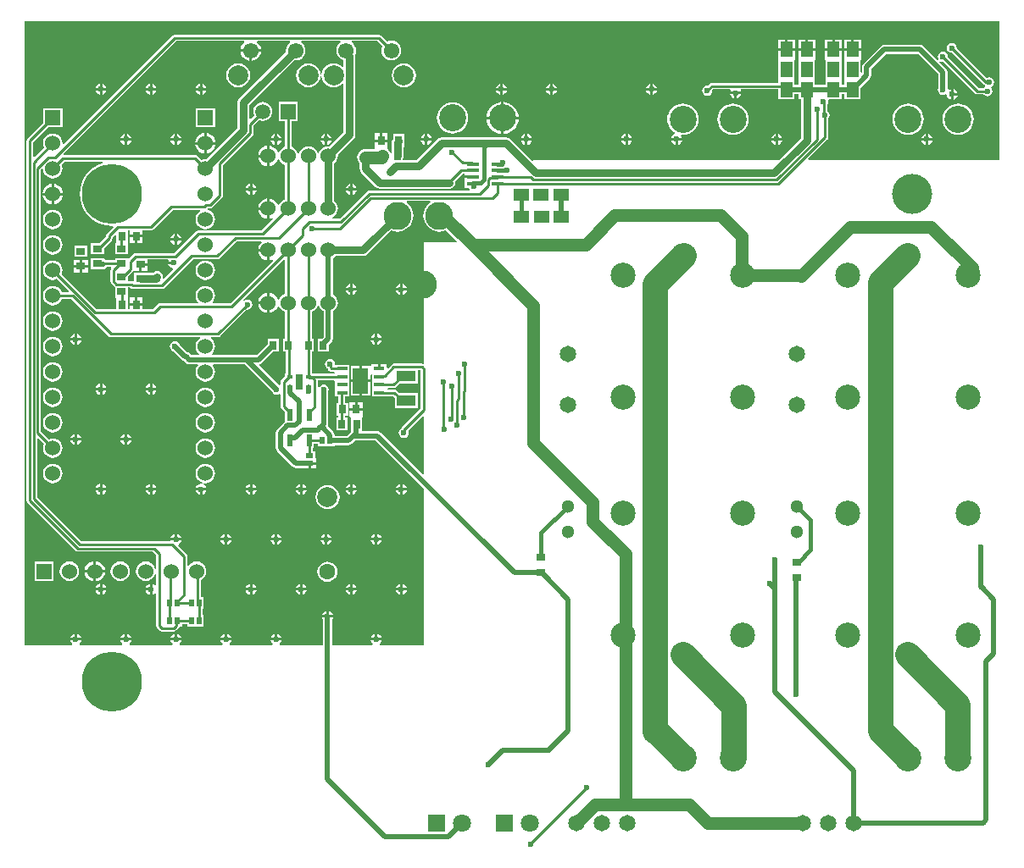
<source format=gtl>
G04*
G04 #@! TF.GenerationSoftware,Altium Limited,Altium Designer,19.0.10 (269)*
G04*
G04 Layer_Physical_Order=1*
G04 Layer_Color=255*
%FSLAX25Y25*%
%MOIN*%
G70*
G01*
G75*
%ADD15C,0.01000*%
%ADD18C,0.01500*%
%ADD21C,0.11000*%
%ADD22R,0.05906X0.04724*%
%ADD23R,0.04724X0.01772*%
%ADD24R,0.03543X0.02756*%
%ADD25R,0.04724X0.05906*%
%ADD26R,0.01968X0.03150*%
%ADD27R,0.03937X0.01575*%
%ADD28R,0.05906X0.09843*%
%ADD29R,0.02756X0.03543*%
%ADD30R,0.03150X0.03543*%
%ADD31R,0.02362X0.04528*%
%ADD32R,0.03150X0.01968*%
%ADD33R,0.02165X0.01378*%
%ADD34R,0.02756X0.06299*%
%ADD35R,0.03543X0.03150*%
%ADD36R,0.02756X0.03740*%
%ADD37R,0.07480X0.04331*%
%ADD72C,0.10000*%
%ADD73C,0.05000*%
%ADD74C,0.02000*%
%ADD75C,0.03000*%
%ADD76C,0.06496*%
%ADD77C,0.05118*%
%ADD78C,0.06024*%
%ADD79R,0.06024X0.06024*%
%ADD80C,0.10630*%
%ADD81R,0.07087X0.07087*%
%ADD82C,0.07087*%
%ADD83C,0.06299*%
%ADD84C,0.07874*%
%ADD85C,0.05906*%
%ADD86R,0.05906X0.05906*%
%ADD87C,0.06000*%
%ADD88C,0.06102*%
%ADD89R,0.06000X0.06000*%
%ADD90C,0.23622*%
%ADD91C,0.15748*%
%ADD92C,0.09843*%
%ADD93C,0.02362*%
%ADD94C,0.03937*%
%ADD95C,0.05512*%
%ADD96C,0.04724*%
G36*
X-87152Y155687D02*
X-87738Y155238D01*
X-88353Y154436D01*
X-88740Y153502D01*
X-88872Y152500D01*
X-88805Y151993D01*
X-107149Y133649D01*
X-107655Y132893D01*
X-107832Y132000D01*
Y121966D01*
X-120028Y109770D01*
X-120500Y109832D01*
X-121492Y109701D01*
X-122095Y109451D01*
X-123572Y110928D01*
X-123998Y111213D01*
X-124500Y111313D01*
X-176124D01*
X-176331Y111813D01*
X-131956Y156187D01*
X-105387D01*
X-105218Y155687D01*
X-105606Y155389D01*
X-106255Y154543D01*
X-106663Y153558D01*
X-106737Y153000D01*
X-102717D01*
X-98696D01*
X-98770Y153558D01*
X-99178Y154543D01*
X-99827Y155389D01*
X-100216Y155687D01*
X-100046Y156187D01*
X-87321D01*
X-87152Y155687D01*
D02*
G37*
G36*
X191703Y109500D02*
X116666D01*
X116475Y109962D01*
X123928Y117415D01*
X124213Y117841D01*
X124313Y118343D01*
Y125510D01*
X124419Y125581D01*
X124854Y126232D01*
X125007Y127000D01*
X124854Y127768D01*
X124419Y128419D01*
X124063Y128657D01*
Y131295D01*
X124354Y131732D01*
X124507Y132500D01*
X124430Y132886D01*
X124831Y133386D01*
X129650D01*
Y135304D01*
X130850D01*
Y133386D01*
X137150D01*
Y137698D01*
X140789Y141337D01*
X140789Y141337D01*
X141184Y141929D01*
X141322Y142626D01*
Y145245D01*
X147255Y151178D01*
X159745D01*
X167678Y143245D01*
Y137816D01*
X167646Y137768D01*
X167493Y137000D01*
X167646Y136232D01*
X168081Y135581D01*
X168732Y135146D01*
X169500Y134993D01*
X170268Y135146D01*
X170411Y135241D01*
X170940Y134994D01*
X171056Y134413D01*
X171538Y133692D01*
X172259Y133210D01*
X172610Y133140D01*
Y135264D01*
Y137388D01*
X172259Y137319D01*
X171989Y137138D01*
X171434Y137369D01*
X171354Y137768D01*
X171322Y137816D01*
Y144000D01*
X171184Y144697D01*
X170789Y145289D01*
X170789Y145289D01*
X168132Y147945D01*
X168451Y148334D01*
X168732Y148146D01*
X169500Y147993D01*
X169626Y148018D01*
X182072Y135572D01*
X182498Y135287D01*
X183000Y135187D01*
X185510D01*
X185581Y135081D01*
X186232Y134646D01*
X187000Y134493D01*
X187768Y134646D01*
X188419Y135081D01*
X188854Y135732D01*
X189007Y136500D01*
X188854Y137268D01*
X188607Y137639D01*
X188434Y137936D01*
X188734Y138279D01*
X189026Y138474D01*
X189461Y139125D01*
X189614Y139893D01*
X189461Y140662D01*
X189026Y141313D01*
X188375Y141748D01*
X187607Y141901D01*
X186838Y141748D01*
X186701Y141656D01*
X174982Y153374D01*
X175007Y153500D01*
X174854Y154268D01*
X174419Y154919D01*
X173768Y155354D01*
X173000Y155507D01*
X172232Y155354D01*
X171581Y154919D01*
X171146Y154268D01*
X170993Y153500D01*
X171146Y152732D01*
X171581Y152081D01*
X172232Y151646D01*
X173000Y151493D01*
X173126Y151518D01*
X185418Y139226D01*
X185844Y138941D01*
X185880Y138934D01*
X185986Y138776D01*
X185885Y138128D01*
X185872Y138114D01*
X185581Y137919D01*
X185510Y137813D01*
X183544D01*
X171482Y149874D01*
X171507Y150000D01*
X171354Y150768D01*
X170919Y151419D01*
X170268Y151854D01*
X169500Y152007D01*
X168732Y151854D01*
X168081Y151419D01*
X167646Y150768D01*
X167493Y150000D01*
X167646Y149232D01*
X167833Y148951D01*
X167445Y148632D01*
X161789Y154289D01*
X161197Y154684D01*
X160500Y154822D01*
X160500Y154822D01*
X146500D01*
X145803Y154684D01*
X145211Y154289D01*
X145211Y154289D01*
X138211Y147289D01*
X137816Y146697D01*
X137678Y146000D01*
X137678Y146000D01*
Y143829D01*
X137650Y143810D01*
X137150Y144077D01*
X137150Y148509D01*
X137362Y148921D01*
X137362Y149152D01*
Y152374D01*
X130638D01*
Y149152D01*
X130638Y148921D01*
X130850Y148509D01*
X130850Y148421D01*
Y141260D01*
X130850Y141260D01*
Y140866D01*
X130850D01*
X130850Y140760D01*
Y138948D01*
X129650D01*
Y140760D01*
X129650Y140866D01*
Y141260D01*
X129650Y141366D01*
X129650Y148509D01*
X129862Y148921D01*
X129862Y149152D01*
Y152374D01*
X123138D01*
Y149152D01*
X123138Y148921D01*
X123350Y148509D01*
X123350Y148421D01*
Y141366D01*
X123350Y141260D01*
Y140866D01*
X123350Y140760D01*
Y138948D01*
X119150D01*
Y140760D01*
X119150Y140866D01*
Y141260D01*
X119150Y141366D01*
X119150Y148509D01*
X119362Y148921D01*
X119362Y149152D01*
Y152374D01*
X112638D01*
Y149152D01*
X112638Y148921D01*
X112850Y148509D01*
X112850Y148421D01*
Y141366D01*
X112850Y141260D01*
Y140866D01*
X112850Y140760D01*
Y138948D01*
X111150D01*
Y140760D01*
X111150Y140866D01*
Y141260D01*
X111150Y141366D01*
X111150Y148509D01*
X111362Y148921D01*
X111362Y149152D01*
Y152374D01*
X104638D01*
Y149152D01*
X104638Y148921D01*
X104850Y148509D01*
X104850Y148421D01*
Y141366D01*
X104850Y141260D01*
Y140866D01*
X104850Y140760D01*
Y139813D01*
X78626D01*
X78124Y139713D01*
X77698Y139428D01*
X76935Y138665D01*
X76809Y138690D01*
X76041Y138538D01*
X75390Y138102D01*
X74955Y137451D01*
X74802Y136683D01*
X74955Y135915D01*
X75390Y135264D01*
X76041Y134829D01*
X76809Y134676D01*
X77577Y134829D01*
X78228Y135264D01*
X78664Y135915D01*
X78816Y136683D01*
X78791Y136809D01*
X79170Y137187D01*
X85798D01*
X86033Y136746D01*
X85945Y136615D01*
X85876Y136264D01*
X90124D01*
X90055Y136615D01*
X89967Y136746D01*
X90202Y137187D01*
X104850D01*
Y133386D01*
X111150D01*
Y135304D01*
X112850D01*
Y133386D01*
X113668D01*
Y117966D01*
X105202Y109500D01*
X8500D01*
Y109088D01*
X8038Y108896D01*
X7434Y109500D01*
X4000Y112934D01*
X-589Y117523D01*
X-1345Y118029D01*
X-2238Y118206D01*
X-27626D01*
X-28519Y118029D01*
X-29275Y117523D01*
X-37525Y109273D01*
X-42882D01*
Y110063D01*
X-42770Y110230D01*
X-42593Y111122D01*
Y114342D01*
X-42390D01*
Y115913D01*
X-42223Y116752D01*
Y117000D01*
X-42390Y117839D01*
Y119658D01*
X-46720D01*
Y117839D01*
X-46728Y117801D01*
X-47080Y117274D01*
X-47257Y116382D01*
Y111929D01*
X-47750Y111858D01*
X-48081Y112658D01*
X-48608Y113345D01*
X-48787Y113482D01*
Y113559D01*
X-48888D01*
X-49009Y113652D01*
X-49067Y114130D01*
X-49067D01*
X-49067Y114130D01*
Y116500D01*
X-51445D01*
X-53823D01*
Y114130D01*
X-54193Y113816D01*
X-57500D01*
X-58358Y113703D01*
X-59158Y113372D01*
X-59845Y112845D01*
X-60372Y112158D01*
X-60703Y111358D01*
X-60816Y110500D01*
X-60703Y109642D01*
X-60372Y108842D01*
X-59845Y108155D01*
X-59832Y108146D01*
Y106126D01*
X-59655Y105234D01*
X-59149Y104477D01*
X-53480Y98808D01*
X-52723Y98302D01*
X-51831Y98124D01*
X-24543D01*
X-23651Y98302D01*
X-22894Y98808D01*
X-22389Y99564D01*
X-22211Y100457D01*
X-22323Y101019D01*
X-19375Y103967D01*
X-18783D01*
Y103220D01*
X-15421D01*
Y102220D01*
X-18783D01*
Y100835D01*
X-18571D01*
Y98488D01*
X-16905D01*
X-16854Y98232D01*
X-16574Y97813D01*
X-16841Y97313D01*
X-56121D01*
X-56624Y97213D01*
X-57050Y96928D01*
X-67696Y86281D01*
X-70636D01*
X-70736Y86781D01*
X-70279Y86970D01*
X-69488Y87577D01*
X-68881Y88369D01*
X-68499Y89290D01*
X-68369Y90279D01*
X-68499Y91267D01*
X-68881Y92189D01*
X-69488Y92980D01*
X-69857Y93263D01*
Y108016D01*
X-69488Y108299D01*
X-68881Y109090D01*
X-68499Y110011D01*
X-68369Y111000D01*
X-68430Y111461D01*
X-62225Y117666D01*
X-61719Y118422D01*
X-61542Y119315D01*
Y150377D01*
X-61652Y150932D01*
X-61418Y151498D01*
X-61286Y152500D01*
X-61418Y153502D01*
X-61804Y154436D01*
X-62420Y155238D01*
X-63006Y155687D01*
X-62836Y156187D01*
X-52985D01*
X-50923Y154125D01*
X-51181Y153502D01*
X-51313Y152500D01*
X-51181Y151498D01*
X-50794Y150564D01*
X-50179Y149762D01*
X-49377Y149147D01*
X-48443Y148760D01*
X-47441Y148628D01*
X-46439Y148760D01*
X-45505Y149147D01*
X-44703Y149762D01*
X-44088Y150564D01*
X-43701Y151498D01*
X-43569Y152500D01*
X-43701Y153502D01*
X-44088Y154436D01*
X-44703Y155238D01*
X-45505Y155853D01*
X-46439Y156240D01*
X-47441Y156372D01*
X-48443Y156240D01*
X-49066Y155982D01*
X-51513Y158428D01*
X-51939Y158713D01*
X-52441Y158813D01*
X-132500D01*
X-133002Y158713D01*
X-133428Y158428D01*
X-176241Y115615D01*
X-176690Y115836D01*
X-176668Y116000D01*
X-176799Y116992D01*
X-177181Y117916D01*
X-177790Y118710D01*
X-178584Y119319D01*
X-179508Y119701D01*
X-180500Y119832D01*
X-181492Y119701D01*
X-182416Y119319D01*
X-183210Y118710D01*
X-183819Y117916D01*
X-184201Y116992D01*
X-184332Y116000D01*
X-184201Y115008D01*
X-183951Y114405D01*
X-187725Y110631D01*
X-188187Y110822D01*
Y116456D01*
X-182443Y122201D01*
X-176701D01*
Y129799D01*
X-184299D01*
Y124057D01*
X-190428Y117928D01*
X-190713Y117502D01*
X-190813Y117000D01*
Y-24648D01*
X-190713Y-25150D01*
X-190428Y-25576D01*
X-171576Y-44428D01*
X-171151Y-44713D01*
X-170648Y-44813D01*
X-141286D01*
X-139813Y-46286D01*
Y-51459D01*
X-140310Y-51511D01*
X-140692Y-50590D01*
X-141299Y-49799D01*
X-142090Y-49192D01*
X-143011Y-48810D01*
X-144000Y-48680D01*
X-144989Y-48810D01*
X-145910Y-49192D01*
X-146701Y-49799D01*
X-147308Y-50590D01*
X-147690Y-51511D01*
X-147820Y-52500D01*
X-147690Y-53489D01*
X-147308Y-54410D01*
X-146701Y-55201D01*
X-145910Y-55808D01*
X-144989Y-56190D01*
X-144000Y-56320D01*
X-143011Y-56190D01*
X-142090Y-55808D01*
X-141299Y-55201D01*
X-140692Y-54410D01*
X-140310Y-53489D01*
X-139813Y-53541D01*
Y-57948D01*
X-140313Y-58100D01*
X-140365Y-58022D01*
X-141086Y-57540D01*
X-141437Y-57470D01*
Y-59595D01*
Y-61719D01*
X-141086Y-61649D01*
X-140365Y-61167D01*
X-140313Y-61089D01*
X-139813Y-61241D01*
Y-74000D01*
X-139713Y-74502D01*
X-139428Y-74928D01*
X-138566Y-75790D01*
X-138140Y-76075D01*
X-137638Y-76175D01*
X-132983D01*
X-132480Y-76075D01*
X-132054Y-75790D01*
X-131056Y-74792D01*
X-130772Y-74366D01*
X-130771Y-74362D01*
X-129728D01*
Y-73313D01*
X-127772D01*
Y-74362D01*
X-121228D01*
Y-69638D01*
X-121687D01*
Y-67362D01*
X-121228D01*
Y-62638D01*
X-122172D01*
Y-55842D01*
X-122090Y-55808D01*
X-121299Y-55201D01*
X-120692Y-54410D01*
X-120310Y-53489D01*
X-120180Y-52500D01*
X-120310Y-51511D01*
X-120692Y-50590D01*
X-121299Y-49799D01*
X-122090Y-49192D01*
X-123011Y-48810D01*
X-124000Y-48680D01*
X-124989Y-48810D01*
X-125910Y-49192D01*
X-126701Y-49799D01*
X-127187Y-50432D01*
X-127687Y-50263D01*
Y-46500D01*
X-127787Y-45998D01*
X-128072Y-45572D01*
X-131214Y-42429D01*
X-131081Y-41855D01*
X-130522Y-41482D01*
X-130040Y-40760D01*
X-129970Y-40409D01*
X-134329D01*
X-134558Y-40687D01*
X-169483D01*
X-186687Y-23483D01*
Y-322D01*
X-186225Y-131D01*
X-183951Y-2405D01*
X-184201Y-3008D01*
X-184332Y-4000D01*
X-184201Y-4992D01*
X-183819Y-5916D01*
X-183210Y-6710D01*
X-182416Y-7319D01*
X-181492Y-7701D01*
X-180500Y-7832D01*
X-179508Y-7701D01*
X-178584Y-7319D01*
X-177790Y-6710D01*
X-177181Y-5916D01*
X-176799Y-4992D01*
X-176668Y-4000D01*
X-176799Y-3008D01*
X-177181Y-2084D01*
X-177790Y-1290D01*
X-178584Y-681D01*
X-179508Y-299D01*
X-180500Y-168D01*
X-181492Y-299D01*
X-182095Y-549D01*
X-185187Y2544D01*
Y105536D01*
X-184823Y105901D01*
X-184295Y105721D01*
X-184201Y105008D01*
X-183819Y104084D01*
X-183210Y103290D01*
X-182416Y102681D01*
X-181492Y102299D01*
X-180500Y102168D01*
X-179508Y102299D01*
X-178584Y102681D01*
X-177790Y103290D01*
X-177181Y104084D01*
X-176799Y105008D01*
X-176668Y106000D01*
X-176799Y106992D01*
X-177049Y107595D01*
X-175956Y108687D01*
X-160808D01*
X-160749Y108187D01*
X-161189Y108082D01*
X-163021Y107323D01*
X-164711Y106287D01*
X-166219Y104999D01*
X-167507Y103491D01*
X-168544Y101800D01*
X-169302Y99968D01*
X-169765Y98040D01*
X-169921Y96063D01*
X-169765Y94086D01*
X-169302Y92158D01*
X-168544Y90326D01*
X-167507Y88635D01*
X-166219Y87127D01*
X-164711Y85839D01*
X-163021Y84803D01*
X-161189Y84044D01*
X-159260Y83581D01*
X-157283Y83426D01*
X-156994Y83448D01*
X-156785Y82994D01*
X-159272Y80508D01*
X-159556Y80082D01*
X-159656Y79580D01*
Y79259D01*
X-162297Y76618D01*
X-165559D01*
Y72287D01*
X-160441D01*
Y74762D01*
X-157415Y77788D01*
X-157131Y78213D01*
X-157031Y78716D01*
Y79036D01*
X-156080Y79987D01*
X-155618Y79795D01*
Y76941D01*
X-155984Y76618D01*
X-156059D01*
Y72287D01*
X-150941D01*
Y76618D01*
X-150941D01*
X-150894Y76941D01*
X-150894Y76941D01*
X-150894Y77099D01*
Y81652D01*
X-150319D01*
Y80000D01*
X-147744D01*
X-145169D01*
Y81652D01*
X-141997D01*
X-141495Y81752D01*
X-141069Y82036D01*
X-133418Y89687D01*
X-122757D01*
X-122587Y89187D01*
X-123210Y88710D01*
X-123819Y87916D01*
X-124201Y86992D01*
X-124332Y86000D01*
X-124201Y85008D01*
X-123819Y84084D01*
X-123210Y83290D01*
X-122416Y82681D01*
X-121492Y82299D01*
X-120500Y82168D01*
X-119508Y82299D01*
X-118584Y82681D01*
X-117790Y83290D01*
X-117181Y84084D01*
X-116799Y85008D01*
X-116668Y86000D01*
X-116799Y86992D01*
X-117181Y87916D01*
X-117790Y88710D01*
X-118584Y89319D01*
X-119336Y89630D01*
X-119527Y90070D01*
X-119535Y90209D01*
X-119405Y90388D01*
X-118719D01*
X-118217Y90488D01*
X-117791Y90773D01*
X-114054Y94510D01*
X-113769Y94936D01*
X-113670Y95438D01*
Y107439D01*
X-102072Y119036D01*
X-101787Y119462D01*
X-101687Y119965D01*
Y122893D01*
X-99487Y125094D01*
X-98913Y124856D01*
X-97937Y124728D01*
X-96961Y124856D01*
X-96051Y125233D01*
X-95270Y125832D01*
X-94670Y126614D01*
X-94293Y127524D01*
X-94165Y128500D01*
X-94293Y129476D01*
X-94670Y130386D01*
X-95270Y131167D01*
X-96051Y131767D01*
X-96961Y132144D01*
X-97937Y132272D01*
X-98913Y132144D01*
X-99823Y131767D01*
X-100604Y131167D01*
X-101204Y130386D01*
X-101581Y129476D01*
X-101709Y128500D01*
X-101581Y127524D01*
X-101343Y126950D01*
X-102706Y125587D01*
X-103168Y125779D01*
Y131034D01*
X-85507Y148695D01*
X-85000Y148628D01*
X-83998Y148760D01*
X-83064Y149147D01*
X-82262Y149762D01*
X-81647Y150564D01*
X-81260Y151498D01*
X-81128Y152500D01*
X-81260Y153502D01*
X-81647Y154436D01*
X-82262Y155238D01*
X-82848Y155687D01*
X-82679Y156187D01*
X-67479D01*
X-67309Y155687D01*
X-67895Y155238D01*
X-68511Y154436D01*
X-68897Y153502D01*
X-69029Y152500D01*
X-68897Y151498D01*
X-68511Y150564D01*
X-67895Y149762D01*
X-67093Y149147D01*
X-66206Y148779D01*
Y146163D01*
X-66680Y146002D01*
X-66729Y146066D01*
X-67716Y146824D01*
X-68865Y147300D01*
X-70098Y147462D01*
X-71332Y147300D01*
X-72481Y146824D01*
X-73468Y146066D01*
X-74225Y145079D01*
X-74701Y143930D01*
X-74827Y142978D01*
X-75331D01*
X-75456Y143930D01*
X-75932Y145079D01*
X-76690Y146066D01*
X-77676Y146824D01*
X-78826Y147300D01*
X-80059Y147462D01*
X-81292Y147300D01*
X-82442Y146824D01*
X-83429Y146066D01*
X-84186Y145079D01*
X-84662Y143930D01*
X-84824Y142697D01*
X-84662Y141463D01*
X-84186Y140314D01*
X-83429Y139327D01*
X-82442Y138570D01*
X-81292Y138094D01*
X-80059Y137932D01*
X-78826Y138094D01*
X-77676Y138570D01*
X-76690Y139327D01*
X-75932Y140314D01*
X-75456Y141463D01*
X-75331Y142416D01*
X-74827D01*
X-74701Y141463D01*
X-74225Y140314D01*
X-73468Y139327D01*
X-72481Y138570D01*
X-71332Y138094D01*
X-70098Y137932D01*
X-68865Y138094D01*
X-67716Y138570D01*
X-66729Y139327D01*
X-66680Y139392D01*
X-66206Y139231D01*
Y120281D01*
X-71728Y114759D01*
X-72189Y114820D01*
X-73178Y114690D01*
X-74099Y114308D01*
X-74890Y113701D01*
X-75497Y112910D01*
X-75879Y111989D01*
X-76373D01*
X-76755Y112910D01*
X-77362Y113701D01*
X-78153Y114308D01*
X-79074Y114690D01*
X-80063Y114820D01*
X-81052Y114690D01*
X-81973Y114308D01*
X-82764Y113701D01*
X-83371Y112910D01*
X-83753Y111989D01*
X-84247D01*
X-84629Y112910D01*
X-85236Y113701D01*
X-86027Y114308D01*
X-86624Y114556D01*
Y124760D01*
X-84197D01*
Y132240D01*
X-91677D01*
Y124760D01*
X-89250D01*
Y114556D01*
X-89847Y114308D01*
X-90638Y113701D01*
X-91245Y112910D01*
X-91488Y112323D01*
X-92030D01*
X-92317Y113017D01*
X-92958Y113853D01*
X-93794Y114494D01*
X-94767Y114897D01*
X-95311Y114969D01*
Y111000D01*
Y107031D01*
X-94767Y107103D01*
X-93794Y107506D01*
X-92958Y108147D01*
X-92317Y108983D01*
X-92030Y109677D01*
X-91488D01*
X-91245Y109090D01*
X-90638Y108299D01*
X-89847Y107692D01*
X-89250Y107444D01*
Y93834D01*
X-89847Y93587D01*
X-90638Y92980D01*
X-91245Y92189D01*
X-91488Y91602D01*
X-92030D01*
X-92317Y92296D01*
X-92958Y93132D01*
X-93794Y93773D01*
X-94767Y94176D01*
X-95311Y94247D01*
Y90279D01*
Y86310D01*
X-94767Y86382D01*
X-94136Y86643D01*
X-93853Y86219D01*
X-98460Y81612D01*
X-123457D01*
X-123959Y81512D01*
X-124385Y81227D01*
X-132800Y72813D01*
X-147923D01*
X-148425Y72713D01*
X-148851Y72428D01*
X-150676Y70603D01*
X-150941Y70713D01*
Y70713D01*
X-156059D01*
Y69860D01*
X-159514D01*
X-160086Y70242D01*
X-160441Y70313D01*
Y70713D01*
X-165559D01*
Y66382D01*
X-160941D01*
X-160859Y66382D01*
X-160854Y66381D01*
X-160441Y66382D01*
Y66463D01*
X-160086Y66534D01*
X-159435Y66969D01*
X-159257Y67235D01*
X-157683D01*
X-157538Y66735D01*
X-157772Y66384D01*
X-157872Y65882D01*
Y61541D01*
X-157772Y61039D01*
X-157487Y60613D01*
X-156446Y59572D01*
X-156059Y59313D01*
Y55382D01*
X-155984D01*
X-155618Y55059D01*
Y50754D01*
X-163397D01*
X-177049Y64405D01*
X-176799Y65008D01*
X-176668Y66000D01*
X-176799Y66992D01*
X-177181Y67916D01*
X-177790Y68710D01*
X-178584Y69319D01*
X-179508Y69701D01*
X-180500Y69832D01*
X-181492Y69701D01*
X-182416Y69319D01*
X-183210Y68710D01*
X-183819Y67916D01*
X-184201Y66992D01*
X-184332Y66000D01*
X-184201Y65008D01*
X-183819Y64084D01*
X-183210Y63290D01*
X-182416Y62681D01*
X-181492Y62299D01*
X-180500Y62168D01*
X-179508Y62299D01*
X-178905Y62549D01*
X-174131Y57775D01*
X-174322Y57313D01*
X-176932D01*
X-177181Y57916D01*
X-177790Y58710D01*
X-178584Y59319D01*
X-179508Y59701D01*
X-180500Y59832D01*
X-181492Y59701D01*
X-182416Y59319D01*
X-183210Y58710D01*
X-183819Y57916D01*
X-184201Y56992D01*
X-184332Y56000D01*
X-184201Y55008D01*
X-183819Y54084D01*
X-183210Y53290D01*
X-182416Y52681D01*
X-181492Y52299D01*
X-180500Y52168D01*
X-179508Y52299D01*
X-178584Y52681D01*
X-177790Y53290D01*
X-177181Y54084D01*
X-176932Y54687D01*
X-173165D01*
X-158549Y40072D01*
X-158124Y39787D01*
X-157621Y39687D01*
X-122757D01*
X-122587Y39187D01*
X-123210Y38710D01*
X-123819Y37916D01*
X-124201Y36992D01*
X-124332Y36000D01*
X-124201Y35008D01*
X-123819Y34084D01*
X-123210Y33290D01*
X-122990Y33122D01*
X-123159Y32622D01*
X-126044D01*
X-126711Y33289D01*
X-127303Y33684D01*
X-127682Y33759D01*
X-130634Y36712D01*
X-130646Y36768D01*
X-131081Y37419D01*
X-131732Y37854D01*
X-132500Y38007D01*
X-133268Y37854D01*
X-133919Y37419D01*
X-134354Y36768D01*
X-134507Y36000D01*
X-134354Y35232D01*
X-133919Y34581D01*
X-133268Y34146D01*
X-133212Y34135D01*
X-129789Y30711D01*
X-129789Y30711D01*
X-129197Y30316D01*
X-128818Y30241D01*
X-128088Y29511D01*
X-128088Y29511D01*
X-127497Y29116D01*
X-126799Y28977D01*
X-123635D01*
X-123388Y28477D01*
X-123819Y27916D01*
X-124201Y26992D01*
X-124332Y26000D01*
X-124201Y25008D01*
X-123819Y24084D01*
X-123210Y23290D01*
X-122416Y22681D01*
X-121492Y22299D01*
X-120500Y22168D01*
X-119508Y22299D01*
X-118584Y22681D01*
X-117790Y23290D01*
X-117181Y24084D01*
X-116799Y25008D01*
X-116668Y26000D01*
X-116799Y26992D01*
X-117181Y27916D01*
X-117612Y28477D01*
X-117365Y28977D01*
X-105054D01*
X-94366Y18288D01*
X-94354Y18232D01*
X-93919Y17581D01*
X-93268Y17146D01*
X-92500Y16993D01*
X-91732Y17146D01*
X-91525Y17284D01*
X-91025Y17017D01*
Y12476D01*
X-90925Y11974D01*
X-90641Y11548D01*
X-89209Y10116D01*
Y6299D01*
X-89419Y6159D01*
X-89419Y6159D01*
X-92289Y3289D01*
X-92684Y2697D01*
X-92822Y2000D01*
X-92822Y2000D01*
Y-3951D01*
X-92822Y-3951D01*
X-92684Y-4648D01*
X-92289Y-5239D01*
X-86239Y-11289D01*
X-86239Y-11289D01*
X-85648Y-11684D01*
X-84951Y-11822D01*
X-82075D01*
Y-11984D01*
X-80000D01*
Y-10000D01*
X-79500D01*
Y-9500D01*
X-76925D01*
Y-8016D01*
X-77138D01*
Y-5228D01*
X-78187D01*
Y-3972D01*
X-77791D01*
Y-2313D01*
X-76272D01*
Y-3362D01*
X-69728D01*
Y-2822D01*
X-64172D01*
X-64172Y-2822D01*
X-63474Y-2684D01*
X-62883Y-2289D01*
X-61581Y-987D01*
X-53591D01*
X-34500Y-20077D01*
Y-81500D01*
X-51852D01*
X-52003Y-81000D01*
X-51782Y-80852D01*
X-51300Y-80130D01*
X-51230Y-79779D01*
X-55479D01*
X-55409Y-80130D01*
X-54927Y-80852D01*
X-54705Y-81000D01*
X-54857Y-81500D01*
X-70678D01*
Y-71482D01*
X-70446Y-71135D01*
X-70376Y-70784D01*
X-74624D01*
X-74555Y-71135D01*
X-74322Y-71482D01*
Y-81500D01*
X-91222D01*
X-91373Y-81000D01*
X-91152Y-80852D01*
X-90670Y-80130D01*
X-90600Y-79779D01*
X-94849D01*
X-94779Y-80130D01*
X-94297Y-80852D01*
X-94075Y-81000D01*
X-94227Y-81500D01*
X-110907D01*
X-111058Y-81000D01*
X-110837Y-80852D01*
X-110355Y-80130D01*
X-110285Y-79779D01*
X-114534D01*
X-114464Y-80130D01*
X-113982Y-80852D01*
X-113760Y-81000D01*
X-113912Y-81500D01*
X-130592D01*
X-130744Y-81000D01*
X-130522Y-80852D01*
X-130040Y-80130D01*
X-129970Y-79779D01*
X-134219D01*
X-134149Y-80130D01*
X-133667Y-80852D01*
X-133446Y-81000D01*
X-133597Y-81500D01*
X-150277D01*
X-150428Y-81000D01*
X-150207Y-80852D01*
X-149725Y-80130D01*
X-149655Y-79779D01*
X-153904D01*
X-153834Y-80130D01*
X-153352Y-80852D01*
X-153130Y-81000D01*
X-153282Y-81500D01*
X-169962D01*
X-170114Y-81000D01*
X-169892Y-80852D01*
X-169410Y-80130D01*
X-169340Y-79779D01*
X-173589D01*
X-173519Y-80130D01*
X-173037Y-80852D01*
X-172816Y-81000D01*
X-172967Y-81500D01*
X-191703D01*
Y164144D01*
X191703D01*
Y109500D01*
D02*
G37*
G36*
X-32090Y92687D02*
X-32967Y91967D01*
X-33753Y91010D01*
X-34337Y89918D01*
X-34696Y88733D01*
X-34818Y87500D01*
X-34696Y86267D01*
X-34337Y85082D01*
X-33753Y83990D01*
X-32967Y83033D01*
X-32010Y82247D01*
X-30918Y81663D01*
X-29732Y81304D01*
X-28500Y81182D01*
X-27268Y81304D01*
X-26082Y81663D01*
X-25852Y81786D01*
X-21528Y77462D01*
X-21719Y77000D01*
X-34500D01*
Y29394D01*
X-35000Y29112D01*
X-35374Y29187D01*
X-46528D01*
X-47030Y29087D01*
X-47456Y28802D01*
X-48786Y27472D01*
X-49248Y27663D01*
Y29012D01*
X-51717D01*
Y27224D01*
X-52717D01*
Y29012D01*
X-55185D01*
Y28754D01*
X-55547Y28421D01*
X-55685Y28421D01*
X-59000D01*
Y23000D01*
X-55547D01*
Y24660D01*
X-55047Y24986D01*
X-54972Y24953D01*
Y22500D01*
X-54972Y19350D01*
X-54972Y18850D01*
Y16201D01*
X-49461D01*
Y16463D01*
X-46815D01*
X-46028Y15675D01*
Y11626D01*
X-36972D01*
Y17531D01*
X-44171D01*
X-45344Y18704D01*
X-45769Y18988D01*
X-46272Y19088D01*
X-48677D01*
X-48831Y19350D01*
X-48677Y19613D01*
X-46571D01*
X-46069Y19713D01*
X-45643Y19997D01*
X-44171Y21468D01*
X-36972D01*
Y26561D01*
X-35918D01*
X-35813Y26456D01*
Y11544D01*
X-43428Y3928D01*
X-43646Y3602D01*
X-43919Y3419D01*
X-44354Y2768D01*
X-44507Y2000D01*
X-44354Y1232D01*
X-43919Y581D01*
X-43268Y146D01*
X-42500Y-7D01*
X-41732Y146D01*
X-41081Y581D01*
X-40646Y1232D01*
X-40493Y2000D01*
X-40646Y2768D01*
X-40738Y2906D01*
X-34962Y8682D01*
X-34500Y8490D01*
Y-14269D01*
X-34962Y-14461D01*
X-51547Y2124D01*
X-52138Y2520D01*
X-52836Y2658D01*
X-52836Y2658D01*
X-58499D01*
X-58882Y2941D01*
X-58882Y8002D01*
X-58669Y8413D01*
X-58669Y8471D01*
Y10685D01*
X-61244D01*
X-63819D01*
Y8413D01*
X-63564D01*
X-63213Y8059D01*
X-63213Y7913D01*
Y5298D01*
X-63248Y5122D01*
X-63248Y5122D01*
Y2501D01*
X-63624Y2124D01*
X-63625Y2124D01*
X-64926Y822D01*
X-69693D01*
Y1103D01*
X-69728Y1279D01*
Y1362D01*
X-69745D01*
X-69832Y1800D01*
X-70227Y2391D01*
X-70227Y2391D01*
X-72445Y4609D01*
X-72316Y4803D01*
X-72178Y5500D01*
X-72178Y5500D01*
Y18184D01*
X-72146Y18232D01*
X-71993Y19000D01*
X-72146Y19768D01*
X-72581Y20419D01*
X-73232Y20854D01*
X-74000Y21007D01*
X-74768Y20854D01*
X-75419Y20419D01*
X-75687Y20018D01*
X-76187Y20170D01*
Y22693D01*
X-69959D01*
X-69539Y22193D01*
X-69539Y19350D01*
X-69539Y18850D01*
Y16201D01*
X-68265D01*
Y13744D01*
X-69118D01*
Y8626D01*
X-68265D01*
Y8059D01*
X-69118D01*
Y2941D01*
X-64787D01*
Y8059D01*
X-65640D01*
Y8626D01*
X-64394D01*
Y13744D01*
X-65640D01*
Y16201D01*
X-64028D01*
Y18850D01*
X-64028Y19350D01*
X-64028Y19850D01*
Y22500D01*
X-64028Y25650D01*
X-64028Y26150D01*
Y28799D01*
X-69328D01*
X-69493Y29000D01*
X-69646Y29768D01*
X-70081Y30419D01*
X-70732Y30854D01*
X-71500Y31007D01*
X-72268Y30854D01*
X-72919Y30419D01*
X-73354Y29768D01*
X-73507Y29000D01*
X-73354Y28232D01*
X-72919Y27581D01*
X-72471Y27281D01*
X-72452Y27185D01*
X-72167Y26759D01*
X-71842Y26434D01*
X-71416Y26149D01*
X-70914Y26050D01*
X-69792D01*
X-69539Y25650D01*
X-69902Y25319D01*
X-78189D01*
Y25413D01*
X-78748D01*
Y33941D01*
X-77898D01*
Y39059D01*
X-78750D01*
Y49611D01*
X-78153Y49858D01*
X-77362Y50466D01*
X-76755Y51257D01*
X-76373Y52178D01*
X-75879D01*
X-75497Y51257D01*
X-74890Y50466D01*
X-74099Y49858D01*
X-74011Y49822D01*
Y39617D01*
X-74569Y39059D01*
X-76323D01*
Y33941D01*
X-71992D01*
Y36482D01*
X-70900Y37574D01*
X-70505Y38165D01*
X-70367Y38862D01*
X-70367Y38862D01*
Y49822D01*
X-70279Y49858D01*
X-69488Y50466D01*
X-68881Y51257D01*
X-68499Y52178D01*
X-68369Y53167D01*
X-68499Y54155D01*
X-68881Y55077D01*
X-69488Y55868D01*
X-70279Y56475D01*
X-70367Y56511D01*
Y70543D01*
X-70279Y70580D01*
X-69488Y71187D01*
X-69205Y71556D01*
X-58612D01*
X-57719Y71733D01*
X-56963Y72239D01*
X-47497Y81705D01*
X-47418Y81663D01*
X-46233Y81304D01*
X-45000Y81182D01*
X-43767Y81304D01*
X-42582Y81663D01*
X-41490Y82247D01*
X-40533Y83033D01*
X-39747Y83990D01*
X-39163Y85082D01*
X-38804Y86267D01*
X-38682Y87500D01*
X-38804Y88733D01*
X-39163Y89918D01*
X-39747Y91010D01*
X-40533Y91967D01*
X-41410Y92687D01*
X-41330Y93187D01*
X-32170D01*
X-32090Y92687D01*
D02*
G37*
G36*
X-135087Y69687D02*
X-135124Y69500D01*
X-133000D01*
Y68500D01*
X-135124D01*
X-135055Y68149D01*
X-134573Y67427D01*
X-133851Y66945D01*
X-133240Y66824D01*
X-133064Y66293D01*
X-136829Y62527D01*
X-137290Y62773D01*
X-137168Y63388D01*
X-137345Y64280D01*
X-137851Y65037D01*
X-138608Y65543D01*
X-139500Y65720D01*
X-140392Y65543D01*
X-140979Y65151D01*
X-145925D01*
X-146151Y65106D01*
X-148559D01*
Y61916D01*
X-149059Y61649D01*
X-149154Y61713D01*
X-149657Y61813D01*
X-150941D01*
Y63762D01*
X-149198Y65504D01*
X-148772Y65681D01*
X-148772Y65681D01*
Y65681D01*
X-148772Y65681D01*
X-146500D01*
Y68256D01*
X-146000D01*
Y68756D01*
X-143228D01*
Y70187D01*
X-135385D01*
X-135087Y69687D01*
D02*
G37*
G36*
X-89250Y70012D02*
Y56722D01*
X-89847Y56475D01*
X-90638Y55868D01*
X-91245Y55077D01*
X-91488Y54490D01*
X-92030D01*
X-92317Y55184D01*
X-92958Y56020D01*
X-93794Y56661D01*
X-94767Y57064D01*
X-95311Y57135D01*
Y53167D01*
Y49198D01*
X-94767Y49270D01*
X-93794Y49673D01*
X-92958Y50314D01*
X-92317Y51149D01*
X-92030Y51843D01*
X-91488D01*
X-91245Y51257D01*
X-90638Y50466D01*
X-89847Y49858D01*
X-89250Y49611D01*
Y39059D01*
X-90102D01*
Y33941D01*
X-88952D01*
Y25413D01*
X-89213D01*
Y24317D01*
X-90641Y22889D01*
X-90925Y22463D01*
X-91025Y21961D01*
Y20983D01*
X-91525Y20716D01*
X-91732Y20854D01*
X-91788Y20865D01*
X-99415Y28493D01*
X-99251Y29035D01*
X-98846Y29116D01*
X-98255Y29511D01*
X-93824Y33941D01*
X-91677D01*
Y39059D01*
X-96008D01*
Y36912D01*
X-100298Y32622D01*
X-104299D01*
X-104299Y32622D01*
X-104299Y32622D01*
X-117841D01*
X-118010Y33122D01*
X-117790Y33290D01*
X-117181Y34084D01*
X-116799Y35008D01*
X-116668Y36000D01*
X-116799Y36992D01*
X-117181Y37916D01*
X-117790Y38710D01*
X-118413Y39187D01*
X-118243Y39687D01*
X-115500D01*
X-114998Y39787D01*
X-114572Y40072D01*
X-104126Y50518D01*
X-104000Y50493D01*
X-103232Y50646D01*
X-102581Y51081D01*
X-102146Y51732D01*
X-101993Y52500D01*
X-102146Y53268D01*
X-102581Y53919D01*
X-103232Y54354D01*
X-104000Y54507D01*
X-104768Y54354D01*
X-105188Y54074D01*
X-105506Y54462D01*
X-89750Y70219D01*
X-89250Y70012D01*
D02*
G37*
G36*
X-98344Y76987D02*
X-98664Y76741D01*
X-99305Y75905D01*
X-99708Y74932D01*
X-99780Y74388D01*
X-95811D01*
Y73888D01*
X-95311D01*
Y69919D01*
X-94767Y69991D01*
X-94136Y70252D01*
X-93853Y69828D01*
X-110668Y53013D01*
X-117373D01*
X-117619Y53513D01*
X-117181Y54084D01*
X-116799Y55008D01*
X-116668Y56000D01*
X-116799Y56992D01*
X-117181Y57916D01*
X-117790Y58710D01*
X-118584Y59319D01*
X-119508Y59701D01*
X-120500Y59832D01*
X-121492Y59701D01*
X-122416Y59319D01*
X-123210Y58710D01*
X-123819Y57916D01*
X-124201Y56992D01*
X-124332Y56000D01*
X-124201Y55008D01*
X-123819Y54084D01*
X-123381Y53513D01*
X-123627Y53013D01*
X-138368D01*
X-138871Y52913D01*
X-139296Y52629D01*
X-141172Y50754D01*
X-145169D01*
Y52000D01*
X-147744D01*
X-150319D01*
Y50754D01*
X-150894D01*
Y54901D01*
X-150894Y55059D01*
X-150894Y55059D01*
X-150941Y55382D01*
X-150941D01*
Y59187D01*
X-150200D01*
X-149967Y58954D01*
X-149541Y58669D01*
X-149039Y58569D01*
X-137618D01*
X-137116Y58669D01*
X-136690Y58954D01*
X-125256Y70388D01*
X-115799D01*
X-115297Y70488D01*
X-114871Y70773D01*
X-108157Y77487D01*
X-98513D01*
X-98344Y76987D01*
D02*
G37*
%LPC*%
G36*
X-98696Y152000D02*
X-102216D01*
Y148480D01*
X-101659Y148553D01*
X-100673Y148961D01*
X-99827Y149611D01*
X-99178Y150457D01*
X-98770Y151442D01*
X-98696Y152000D01*
D02*
G37*
G36*
X-103217D02*
X-106737D01*
X-106663Y151442D01*
X-106255Y150457D01*
X-105606Y149611D01*
X-104760Y148961D01*
X-103774Y148553D01*
X-103217Y148480D01*
Y152000D01*
D02*
G37*
G36*
X-107658Y147462D02*
X-108891Y147300D01*
X-110040Y146824D01*
X-111027Y146066D01*
X-111784Y145079D01*
X-112260Y143930D01*
X-112423Y142697D01*
X-112260Y141463D01*
X-111784Y140314D01*
X-111027Y139327D01*
X-110040Y138570D01*
X-108891Y138094D01*
X-107658Y137932D01*
X-106424Y138094D01*
X-105275Y138570D01*
X-104288Y139327D01*
X-103531Y140314D01*
X-103055Y141463D01*
X-102892Y142697D01*
X-103055Y143930D01*
X-103531Y145079D01*
X-104288Y146066D01*
X-105275Y146824D01*
X-106424Y147300D01*
X-107658Y147462D01*
D02*
G37*
G36*
X-121752Y139380D02*
Y137756D01*
X-120128D01*
X-120197Y138107D01*
X-120679Y138828D01*
X-121401Y139311D01*
X-121752Y139380D01*
D02*
G37*
G36*
X-122752D02*
X-123103Y139311D01*
X-123825Y138828D01*
X-124306Y138107D01*
X-124376Y137756D01*
X-122752D01*
Y139380D01*
D02*
G37*
G36*
X-141437D02*
Y137756D01*
X-139813D01*
X-139882Y138107D01*
X-140365Y138828D01*
X-141086Y139311D01*
X-141437Y139380D01*
D02*
G37*
G36*
X-142437D02*
X-142788Y139311D01*
X-143509Y138828D01*
X-143992Y138107D01*
X-144061Y137756D01*
X-142437D01*
Y139380D01*
D02*
G37*
G36*
X-120128Y136756D02*
X-121752D01*
Y135132D01*
X-121401Y135201D01*
X-120679Y135683D01*
X-120197Y136405D01*
X-120128Y136756D01*
D02*
G37*
G36*
X-122752D02*
X-124376D01*
X-124306Y136405D01*
X-123825Y135683D01*
X-123103Y135201D01*
X-122752Y135132D01*
Y136756D01*
D02*
G37*
G36*
X-139813D02*
X-141437D01*
Y135132D01*
X-141086Y135201D01*
X-140365Y135683D01*
X-139882Y136405D01*
X-139813Y136756D01*
D02*
G37*
G36*
X-142437D02*
X-144061D01*
X-143992Y136405D01*
X-143509Y135683D01*
X-142788Y135201D01*
X-142437Y135132D01*
Y136756D01*
D02*
G37*
G36*
X-116701Y129799D02*
X-124299D01*
Y122201D01*
X-116701D01*
Y129799D01*
D02*
G37*
G36*
X-131595Y119695D02*
Y118071D01*
X-129970D01*
X-130040Y118422D01*
X-130522Y119143D01*
X-131244Y119625D01*
X-131595Y119695D01*
D02*
G37*
G36*
X-132595D02*
X-132946Y119625D01*
X-133667Y119143D01*
X-134149Y118422D01*
X-134219Y118071D01*
X-132595D01*
Y119695D01*
D02*
G37*
G36*
X-151279D02*
Y118071D01*
X-149655D01*
X-149725Y118422D01*
X-150207Y119143D01*
X-150928Y119625D01*
X-151279Y119695D01*
D02*
G37*
G36*
X-152279D02*
X-152630Y119625D01*
X-153352Y119143D01*
X-153834Y118422D01*
X-153904Y118071D01*
X-152279D01*
Y119695D01*
D02*
G37*
G36*
X-120000Y119981D02*
Y116500D01*
X-116519D01*
X-116592Y117047D01*
X-116996Y118023D01*
X-117639Y118861D01*
X-118477Y119504D01*
X-119453Y119908D01*
X-120000Y119981D01*
D02*
G37*
G36*
X-121000D02*
X-121547Y119908D01*
X-122523Y119504D01*
X-123361Y118861D01*
X-124004Y118023D01*
X-124408Y117047D01*
X-124481Y116500D01*
X-121000D01*
Y119981D01*
D02*
G37*
G36*
X-129970Y117071D02*
X-131595D01*
Y115446D01*
X-131244Y115516D01*
X-130522Y115998D01*
X-130040Y116720D01*
X-129970Y117071D01*
D02*
G37*
G36*
X-132595D02*
X-134219D01*
X-134149Y116720D01*
X-133667Y115998D01*
X-132946Y115516D01*
X-132595Y115446D01*
Y117071D01*
D02*
G37*
G36*
X-149655D02*
X-151279D01*
Y115446D01*
X-150928Y115516D01*
X-150207Y115998D01*
X-149725Y116720D01*
X-149655Y117071D01*
D02*
G37*
G36*
X-152279D02*
X-153904D01*
X-153834Y116720D01*
X-153352Y115998D01*
X-152630Y115516D01*
X-152279Y115446D01*
Y117071D01*
D02*
G37*
G36*
X-116519Y115500D02*
X-120000D01*
Y112019D01*
X-119453Y112092D01*
X-118477Y112496D01*
X-117639Y113139D01*
X-116996Y113977D01*
X-116592Y114953D01*
X-116519Y115500D01*
D02*
G37*
G36*
X-121000D02*
X-124481D01*
X-124408Y114953D01*
X-124004Y113977D01*
X-123361Y113139D01*
X-122523Y112496D01*
X-121547Y112092D01*
X-121000Y112019D01*
Y115500D01*
D02*
G37*
G36*
X137362Y156827D02*
X134500D01*
Y153374D01*
X137362D01*
Y156827D01*
D02*
G37*
G36*
X133500D02*
X130638D01*
Y153374D01*
X133500D01*
Y156827D01*
D02*
G37*
G36*
X129862D02*
X127000D01*
Y153374D01*
X129862D01*
Y156827D01*
D02*
G37*
G36*
X126000D02*
X123138D01*
Y153374D01*
X126000D01*
Y156827D01*
D02*
G37*
G36*
X119362D02*
X116500D01*
Y153374D01*
X119362D01*
Y156827D01*
D02*
G37*
G36*
X115500D02*
X112638D01*
Y153374D01*
X115500D01*
Y156827D01*
D02*
G37*
G36*
X111362D02*
X108500D01*
Y153374D01*
X111362D01*
Y156827D01*
D02*
G37*
G36*
X107500D02*
X104638D01*
Y153374D01*
X107500D01*
Y156827D01*
D02*
G37*
G36*
X-42500Y147462D02*
X-43733Y147300D01*
X-44883Y146824D01*
X-45869Y146066D01*
X-46627Y145079D01*
X-47103Y143930D01*
X-47265Y142697D01*
X-47103Y141463D01*
X-46627Y140314D01*
X-45869Y139327D01*
X-44883Y138570D01*
X-43733Y138094D01*
X-42500Y137932D01*
X-41267Y138094D01*
X-40117Y138570D01*
X-39130Y139327D01*
X-38373Y140314D01*
X-37897Y141463D01*
X-37735Y142697D01*
X-37897Y143930D01*
X-38373Y145079D01*
X-39130Y146066D01*
X-40117Y146824D01*
X-41267Y147300D01*
X-42500Y147462D01*
D02*
G37*
G36*
X55413Y139380D02*
Y137756D01*
X57038D01*
X56968Y138107D01*
X56486Y138828D01*
X55764Y139311D01*
X55413Y139380D01*
D02*
G37*
G36*
X54413D02*
X54062Y139311D01*
X53341Y138828D01*
X52859Y138107D01*
X52789Y137756D01*
X54413D01*
Y139380D01*
D02*
G37*
G36*
X16043D02*
Y137756D01*
X17668D01*
X17598Y138107D01*
X17116Y138828D01*
X16394Y139311D01*
X16043Y139380D01*
D02*
G37*
G36*
X15043D02*
X14692Y139311D01*
X13971Y138828D01*
X13489Y138107D01*
X13419Y137756D01*
X15043D01*
Y139380D01*
D02*
G37*
G36*
X-3642D02*
Y137756D01*
X-2017D01*
X-2087Y138107D01*
X-2569Y138828D01*
X-3291Y139311D01*
X-3642Y139380D01*
D02*
G37*
G36*
X-4642D02*
X-4993Y139311D01*
X-5714Y138828D01*
X-6196Y138107D01*
X-6266Y137756D01*
X-4642D01*
Y139380D01*
D02*
G37*
G36*
X-161122D02*
Y137756D01*
X-159498D01*
X-159567Y138107D01*
X-160049Y138828D01*
X-160771Y139311D01*
X-161122Y139380D01*
D02*
G37*
G36*
X-162122D02*
X-162473Y139311D01*
X-163195Y138828D01*
X-163677Y138107D01*
X-163746Y137756D01*
X-162122D01*
Y139380D01*
D02*
G37*
G36*
X173610Y137388D02*
Y135764D01*
X175235D01*
X175165Y136115D01*
X174683Y136837D01*
X173961Y137319D01*
X173610Y137388D01*
D02*
G37*
G36*
X57038Y136756D02*
X55413D01*
Y135132D01*
X55764Y135201D01*
X56486Y135683D01*
X56968Y136405D01*
X57038Y136756D01*
D02*
G37*
G36*
X54413D02*
X52789D01*
X52859Y136405D01*
X53341Y135683D01*
X54062Y135201D01*
X54413Y135132D01*
Y136756D01*
D02*
G37*
G36*
X17668D02*
X16043D01*
Y135132D01*
X16394Y135201D01*
X17116Y135683D01*
X17598Y136405D01*
X17668Y136756D01*
D02*
G37*
G36*
X15043D02*
X13419D01*
X13489Y136405D01*
X13971Y135683D01*
X14692Y135201D01*
X15043Y135132D01*
Y136756D01*
D02*
G37*
G36*
X-2017D02*
X-3642D01*
Y135132D01*
X-3291Y135201D01*
X-2569Y135683D01*
X-2087Y136405D01*
X-2017Y136756D01*
D02*
G37*
G36*
X-4642D02*
X-6266D01*
X-6196Y136405D01*
X-5714Y135683D01*
X-4993Y135201D01*
X-4642Y135132D01*
Y136756D01*
D02*
G37*
G36*
X-159498D02*
X-161122D01*
Y135132D01*
X-160771Y135201D01*
X-160049Y135683D01*
X-159567Y136405D01*
X-159498Y136756D01*
D02*
G37*
G36*
X-162122D02*
X-163746D01*
X-163677Y136405D01*
X-163195Y135683D01*
X-162473Y135201D01*
X-162122Y135132D01*
Y136756D01*
D02*
G37*
G36*
X90124Y135264D02*
X88500D01*
Y133640D01*
X88851Y133710D01*
X89573Y134192D01*
X90055Y134913D01*
X90124Y135264D01*
D02*
G37*
G36*
X87500D02*
X85876D01*
X85945Y134913D01*
X86427Y134192D01*
X87149Y133710D01*
X87500Y133640D01*
Y135264D01*
D02*
G37*
G36*
X175235Y134764D02*
X173610D01*
Y133140D01*
X173961Y133210D01*
X174683Y133692D01*
X175165Y134413D01*
X175235Y134764D01*
D02*
G37*
G36*
X-3158Y132202D02*
Y126406D01*
X2639D01*
X2566Y127144D01*
X2205Y128334D01*
X1619Y129431D01*
X829Y130393D01*
X-132Y131182D01*
X-1229Y131768D01*
X-2420Y132129D01*
X-3158Y132202D01*
D02*
G37*
G36*
X-4157D02*
X-4895Y132129D01*
X-6086Y131768D01*
X-7183Y131182D01*
X-8144Y130393D01*
X-8934Y129431D01*
X-9520Y128334D01*
X-9881Y127144D01*
X-9954Y126406D01*
X-4157D01*
Y132202D01*
D02*
G37*
G36*
X-23343Y132037D02*
X-24539Y131920D01*
X-25689Y131571D01*
X-26749Y131004D01*
X-27678Y130241D01*
X-28441Y129312D01*
X-29008Y128252D01*
X-29357Y127102D01*
X-29474Y125906D01*
X-29357Y124709D01*
X-29008Y123559D01*
X-28441Y122499D01*
X-27678Y121570D01*
X-26749Y120807D01*
X-25689Y120240D01*
X-24539Y119891D01*
X-23343Y119774D01*
X-22146Y119891D01*
X-20996Y120240D01*
X-19936Y120807D01*
X-19007Y121570D01*
X-18244Y122499D01*
X-17677Y123559D01*
X-17328Y124709D01*
X-17211Y125906D01*
X-17328Y127102D01*
X-17677Y128252D01*
X-18244Y129312D01*
X-19007Y130241D01*
X-19936Y131004D01*
X-20996Y131571D01*
X-22146Y131920D01*
X-23343Y132037D01*
D02*
G37*
G36*
X2639Y125406D02*
X-3158D01*
Y119609D01*
X-2420Y119682D01*
X-1229Y120043D01*
X-132Y120629D01*
X829Y121419D01*
X1619Y122380D01*
X2205Y123477D01*
X2566Y124668D01*
X2639Y125406D01*
D02*
G37*
G36*
X-4157D02*
X-9954D01*
X-9881Y124668D01*
X-9520Y123477D01*
X-8934Y122380D01*
X-8144Y121419D01*
X-7183Y120629D01*
X-6086Y120043D01*
X-4895Y119682D01*
X-4157Y119609D01*
Y125406D01*
D02*
G37*
G36*
X175500Y131632D02*
X174304Y131514D01*
X173153Y131165D01*
X172093Y130598D01*
X171164Y129836D01*
X170402Y128907D01*
X169835Y127847D01*
X169486Y126696D01*
X169368Y125500D01*
X169486Y124304D01*
X169835Y123153D01*
X170402Y122093D01*
X171164Y121164D01*
X172093Y120402D01*
X173153Y119835D01*
X174304Y119486D01*
X175500Y119368D01*
X176696Y119486D01*
X177847Y119835D01*
X178907Y120402D01*
X179836Y121164D01*
X180598Y122093D01*
X181165Y123153D01*
X181514Y124304D01*
X181632Y125500D01*
X181514Y126696D01*
X181165Y127847D01*
X180598Y128907D01*
X179836Y129836D01*
X178907Y130598D01*
X177847Y131165D01*
X176696Y131514D01*
X175500Y131632D01*
D02*
G37*
G36*
X155815D02*
X154619Y131514D01*
X153468Y131165D01*
X152408Y130598D01*
X151479Y129836D01*
X150716Y128907D01*
X150150Y127847D01*
X149801Y126696D01*
X149683Y125500D01*
X149801Y124304D01*
X150150Y123153D01*
X150716Y122093D01*
X151479Y121164D01*
X152408Y120402D01*
X153468Y119835D01*
X154619Y119486D01*
X155815Y119368D01*
X157011Y119486D01*
X158161Y119835D01*
X159222Y120402D01*
X160151Y121164D01*
X160913Y122093D01*
X161480Y123153D01*
X161829Y124304D01*
X161947Y125500D01*
X161829Y126696D01*
X161480Y127847D01*
X160913Y128907D01*
X160151Y129836D01*
X159222Y130598D01*
X158161Y131165D01*
X157011Y131514D01*
X155815Y131632D01*
D02*
G37*
G36*
X86901D02*
X85705Y131514D01*
X84555Y131165D01*
X83495Y130598D01*
X82566Y129836D01*
X81803Y128907D01*
X81236Y127847D01*
X80888Y126696D01*
X80770Y125500D01*
X80888Y124304D01*
X81236Y123153D01*
X81803Y122093D01*
X82566Y121164D01*
X83495Y120402D01*
X84555Y119835D01*
X85705Y119486D01*
X86901Y119368D01*
X88098Y119486D01*
X89248Y119835D01*
X90308Y120402D01*
X91237Y121164D01*
X92000Y122093D01*
X92567Y123153D01*
X92916Y124304D01*
X93033Y125500D01*
X92916Y126696D01*
X92567Y127847D01*
X92000Y128907D01*
X91237Y129836D01*
X90308Y130598D01*
X89248Y131165D01*
X88098Y131514D01*
X86901Y131632D01*
D02*
G37*
G36*
X67216D02*
X66020Y131514D01*
X64870Y131165D01*
X63810Y130598D01*
X62881Y129836D01*
X62118Y128907D01*
X61551Y127847D01*
X61202Y126696D01*
X61085Y125500D01*
X61202Y124304D01*
X61551Y123153D01*
X62118Y122093D01*
X62881Y121164D01*
X63810Y120402D01*
X64199Y120194D01*
X64121Y119668D01*
X63905Y119625D01*
X63183Y119143D01*
X62701Y118422D01*
X62632Y118071D01*
X66880D01*
X66811Y118422D01*
X66465Y118940D01*
X66749Y119414D01*
X67216Y119368D01*
X68413Y119486D01*
X69563Y119835D01*
X70623Y120402D01*
X71552Y121164D01*
X72315Y122093D01*
X72882Y123153D01*
X73231Y124304D01*
X73348Y125500D01*
X73231Y126696D01*
X72882Y127847D01*
X72315Y128907D01*
X71552Y129836D01*
X70623Y130598D01*
X69563Y131165D01*
X68413Y131514D01*
X67216Y131632D01*
D02*
G37*
G36*
X163681Y119695D02*
Y118071D01*
X165305D01*
X165236Y118422D01*
X164754Y119143D01*
X164032Y119625D01*
X163681Y119695D01*
D02*
G37*
G36*
X162681D02*
X162330Y119625D01*
X161609Y119143D01*
X161127Y118422D01*
X161057Y118071D01*
X162681D01*
Y119695D01*
D02*
G37*
G36*
X104626D02*
Y118071D01*
X106250D01*
X106181Y118422D01*
X105699Y119143D01*
X104977Y119625D01*
X104626Y119695D01*
D02*
G37*
G36*
X103626D02*
X103275Y119625D01*
X102553Y119143D01*
X102071Y118422D01*
X102002Y118071D01*
X103626D01*
Y119695D01*
D02*
G37*
G36*
X45571D02*
Y118071D01*
X47195D01*
X47125Y118422D01*
X46643Y119143D01*
X45922Y119625D01*
X45571Y119695D01*
D02*
G37*
G36*
X44571D02*
X44220Y119625D01*
X43498Y119143D01*
X43016Y118422D01*
X42946Y118071D01*
X44571D01*
Y119695D01*
D02*
G37*
G36*
X6201D02*
Y118071D01*
X7825D01*
X7755Y118422D01*
X7273Y119143D01*
X6552Y119625D01*
X6201Y119695D01*
D02*
G37*
G36*
X5201D02*
X4850Y119625D01*
X4500Y119392D01*
X4128Y119143D01*
X3646Y118422D01*
X3576Y118071D01*
X5201D01*
Y119695D01*
D02*
G37*
G36*
X-33169D02*
Y118071D01*
X-31545D01*
X-31615Y118422D01*
X-32097Y119143D01*
X-32818Y119625D01*
X-33169Y119695D01*
D02*
G37*
G36*
X-34169D02*
X-34520Y119625D01*
X-35242Y119143D01*
X-35724Y118422D01*
X-35794Y118071D01*
X-34169D01*
Y119695D01*
D02*
G37*
G36*
X-72539D02*
Y118071D01*
X-70915D01*
X-70985Y118422D01*
X-71467Y119143D01*
X-72188Y119625D01*
X-72539Y119695D01*
D02*
G37*
G36*
X-73539D02*
X-73890Y119625D01*
X-74612Y119143D01*
X-75094Y118422D01*
X-75164Y118071D01*
X-73539D01*
Y119695D01*
D02*
G37*
G36*
X-92224D02*
Y118071D01*
X-90600D01*
X-90670Y118422D01*
X-91152Y119143D01*
X-91873Y119625D01*
X-92224Y119695D01*
D02*
G37*
G36*
X-93224D02*
X-93575Y119625D01*
X-94297Y119143D01*
X-94779Y118422D01*
X-94849Y118071D01*
X-93224D01*
Y119695D01*
D02*
G37*
G36*
X-49067Y119870D02*
X-50945D01*
Y117500D01*
X-49067D01*
Y119870D01*
D02*
G37*
G36*
X-51945D02*
X-53823D01*
Y117500D01*
X-51945D01*
Y119870D01*
D02*
G37*
G36*
X165305Y117071D02*
X163681D01*
Y115446D01*
X164032Y115516D01*
X164754Y115998D01*
X165236Y116720D01*
X165305Y117071D01*
D02*
G37*
G36*
X162681D02*
X161057D01*
X161127Y116720D01*
X161609Y115998D01*
X162330Y115516D01*
X162681Y115446D01*
Y117071D01*
D02*
G37*
G36*
X106250D02*
X104626D01*
Y115446D01*
X104977Y115516D01*
X105699Y115998D01*
X106181Y116720D01*
X106250Y117071D01*
D02*
G37*
G36*
X103626D02*
X102002D01*
X102071Y116720D01*
X102553Y115998D01*
X103275Y115516D01*
X103626Y115446D01*
Y117071D01*
D02*
G37*
G36*
X66880D02*
X65256D01*
Y115446D01*
X65607Y115516D01*
X66328Y115998D01*
X66811Y116720D01*
X66880Y117071D01*
D02*
G37*
G36*
X64256D02*
X62632D01*
X62701Y116720D01*
X63183Y115998D01*
X63905Y115516D01*
X64256Y115446D01*
Y117071D01*
D02*
G37*
G36*
X47195D02*
X45571D01*
Y115446D01*
X45922Y115516D01*
X46643Y115998D01*
X47125Y116720D01*
X47195Y117071D01*
D02*
G37*
G36*
X44571D02*
X42946D01*
X43016Y116720D01*
X43498Y115998D01*
X44220Y115516D01*
X44571Y115446D01*
Y117071D01*
D02*
G37*
G36*
X7825D02*
X6201D01*
Y115446D01*
X6552Y115516D01*
X7273Y115998D01*
X7755Y116720D01*
X7825Y117071D01*
D02*
G37*
G36*
X5201D02*
X3576D01*
X3646Y116720D01*
X4128Y115998D01*
X4500Y115750D01*
D01*
X4850Y115516D01*
X5201Y115446D01*
Y117071D01*
D02*
G37*
G36*
X-31545D02*
X-33169D01*
Y115446D01*
X-32818Y115516D01*
X-32097Y115998D01*
X-31615Y116720D01*
X-31545Y117071D01*
D02*
G37*
G36*
X-34169D02*
X-35794D01*
X-35724Y116720D01*
X-35242Y115998D01*
X-34520Y115516D01*
X-34169Y115446D01*
Y117071D01*
D02*
G37*
G36*
X-70915D02*
X-72539D01*
Y115446D01*
X-72188Y115516D01*
X-71467Y115998D01*
X-70985Y116720D01*
X-70915Y117071D01*
D02*
G37*
G36*
X-73539D02*
X-75164D01*
X-75094Y116720D01*
X-74612Y115998D01*
X-73890Y115516D01*
X-73539Y115446D01*
Y117071D01*
D02*
G37*
G36*
X-90600D02*
X-92224D01*
Y115446D01*
X-91873Y115516D01*
X-91152Y115998D01*
X-90670Y116720D01*
X-90600Y117071D01*
D02*
G37*
G36*
X-93224D02*
X-94849D01*
X-94779Y116720D01*
X-94297Y115998D01*
X-93575Y115516D01*
X-93224Y115446D01*
Y117071D01*
D02*
G37*
G36*
X-96311Y114969D02*
X-96855Y114897D01*
X-97828Y114494D01*
X-98664Y113853D01*
X-99305Y113017D01*
X-99708Y112044D01*
X-99780Y111500D01*
X-96311D01*
Y114969D01*
D02*
G37*
G36*
Y110500D02*
X-99780D01*
X-99708Y109956D01*
X-99305Y108983D01*
X-98664Y108147D01*
X-97828Y107506D01*
X-96855Y107103D01*
X-96311Y107031D01*
Y110500D01*
D02*
G37*
G36*
X-62697Y100010D02*
Y98386D01*
X-61072D01*
X-61142Y98737D01*
X-61624Y99458D01*
X-62346Y99940D01*
X-62697Y100010D01*
D02*
G37*
G36*
X-63697D02*
X-64048Y99940D01*
X-64769Y99458D01*
X-65251Y98737D01*
X-65321Y98386D01*
X-63697D01*
Y100010D01*
D02*
G37*
G36*
X-102067D02*
Y98386D01*
X-100443D01*
X-100512Y98737D01*
X-100994Y99458D01*
X-101716Y99940D01*
X-102067Y100010D01*
D02*
G37*
G36*
X-103067D02*
X-103418Y99940D01*
X-104139Y99458D01*
X-104622Y98737D01*
X-104691Y98386D01*
X-103067D01*
Y100010D01*
D02*
G37*
G36*
X-180000Y99981D02*
Y96500D01*
X-176519D01*
X-176592Y97047D01*
X-176996Y98023D01*
X-177639Y98861D01*
X-178477Y99504D01*
X-179453Y99909D01*
X-180000Y99981D01*
D02*
G37*
G36*
X-181000D02*
X-181547Y99909D01*
X-182523Y99504D01*
X-183361Y98861D01*
X-184004Y98023D01*
X-184408Y97047D01*
X-184481Y96500D01*
X-181000D01*
Y99981D01*
D02*
G37*
G36*
X-61072Y97386D02*
X-62697D01*
Y95762D01*
X-62346Y95831D01*
X-61624Y96313D01*
X-61142Y97035D01*
X-61072Y97386D01*
D02*
G37*
G36*
X-63697D02*
X-65321D01*
X-65251Y97035D01*
X-64769Y96313D01*
X-64048Y95831D01*
X-63697Y95762D01*
Y97386D01*
D02*
G37*
G36*
X-100443D02*
X-102067D01*
Y95762D01*
X-101716Y95831D01*
X-100994Y96313D01*
X-100512Y97035D01*
X-100443Y97386D01*
D02*
G37*
G36*
X-103067D02*
X-104691D01*
X-104622Y97035D01*
X-104139Y96313D01*
X-103418Y95831D01*
X-103067Y95762D01*
Y97386D01*
D02*
G37*
G36*
X-176519Y95500D02*
X-180000D01*
Y92019D01*
X-179453Y92091D01*
X-178477Y92496D01*
X-177639Y93139D01*
X-176996Y93977D01*
X-176592Y94953D01*
X-176519Y95500D01*
D02*
G37*
G36*
X-181000D02*
X-184481D01*
X-184408Y94953D01*
X-184004Y93977D01*
X-183361Y93139D01*
X-182523Y92496D01*
X-181547Y92091D01*
X-181000Y92019D01*
Y95500D01*
D02*
G37*
G36*
X-96311Y94247D02*
X-96855Y94176D01*
X-97828Y93773D01*
X-98664Y93132D01*
X-99305Y92296D01*
X-99708Y91323D01*
X-99780Y90779D01*
X-96311D01*
Y94247D01*
D02*
G37*
G36*
Y89779D02*
X-99780D01*
X-99708Y89234D01*
X-99305Y88261D01*
X-98664Y87426D01*
X-97828Y86785D01*
X-96855Y86382D01*
X-96311Y86310D01*
Y89779D01*
D02*
G37*
G36*
X-180500Y89832D02*
X-181492Y89701D01*
X-182416Y89319D01*
X-183210Y88710D01*
X-183819Y87916D01*
X-184201Y86992D01*
X-184332Y86000D01*
X-184201Y85008D01*
X-183819Y84084D01*
X-183210Y83290D01*
X-182416Y82681D01*
X-181492Y82299D01*
X-180500Y82168D01*
X-179508Y82299D01*
X-178584Y82681D01*
X-177790Y83290D01*
X-177181Y84084D01*
X-176799Y85008D01*
X-176668Y86000D01*
X-176799Y86992D01*
X-177181Y87916D01*
X-177790Y88710D01*
X-178584Y89319D01*
X-179508Y89701D01*
X-180500Y89832D01*
D02*
G37*
G36*
X-131595Y80325D02*
Y78701D01*
X-129970D01*
X-130040Y79052D01*
X-130522Y79773D01*
X-131244Y80255D01*
X-131595Y80325D01*
D02*
G37*
G36*
X-132595D02*
X-132946Y80255D01*
X-133667Y79773D01*
X-134149Y79052D01*
X-134219Y78701D01*
X-132595D01*
Y80325D01*
D02*
G37*
G36*
X-145169Y79000D02*
X-147244D01*
Y76728D01*
X-145169D01*
Y79000D01*
D02*
G37*
G36*
X-148244D02*
X-150319D01*
Y76728D01*
X-148244D01*
Y79000D01*
D02*
G37*
G36*
X-129970Y77701D02*
X-131595D01*
Y76076D01*
X-131244Y76146D01*
X-130522Y76628D01*
X-130040Y77350D01*
X-129970Y77701D01*
D02*
G37*
G36*
X-132595D02*
X-134219D01*
X-134149Y77350D01*
X-133667Y76628D01*
X-132946Y76146D01*
X-132595Y76076D01*
Y77701D01*
D02*
G37*
G36*
X-180500Y79832D02*
X-181492Y79701D01*
X-182416Y79319D01*
X-183210Y78710D01*
X-183819Y77916D01*
X-184201Y76992D01*
X-184332Y76000D01*
X-184201Y75008D01*
X-183819Y74084D01*
X-183210Y73290D01*
X-182416Y72681D01*
X-181492Y72299D01*
X-180500Y72168D01*
X-179508Y72299D01*
X-178584Y72681D01*
X-177790Y73290D01*
X-177181Y74084D01*
X-176799Y75008D01*
X-176668Y76000D01*
X-176799Y76992D01*
X-177181Y77916D01*
X-177790Y78710D01*
X-178584Y79319D01*
X-179508Y79701D01*
X-180500Y79832D01*
D02*
G37*
G36*
X-166941Y75618D02*
X-172059D01*
Y71287D01*
X-166941D01*
Y75618D01*
D02*
G37*
G36*
X-166728Y69925D02*
X-169000D01*
Y68047D01*
X-166728D01*
Y69925D01*
D02*
G37*
G36*
X-170000D02*
X-172272D01*
Y68047D01*
X-170000D01*
Y69925D01*
D02*
G37*
G36*
X-166728Y67047D02*
X-169000D01*
Y65169D01*
X-166728D01*
Y67047D01*
D02*
G37*
G36*
X-170000D02*
X-172272D01*
Y65169D01*
X-170000D01*
Y67047D01*
D02*
G37*
G36*
X-180500Y49832D02*
X-181492Y49701D01*
X-182416Y49319D01*
X-183210Y48710D01*
X-183819Y47916D01*
X-184201Y46992D01*
X-184332Y46000D01*
X-184201Y45008D01*
X-183819Y44084D01*
X-183210Y43290D01*
X-182416Y42681D01*
X-181492Y42299D01*
X-180500Y42168D01*
X-179508Y42299D01*
X-178584Y42681D01*
X-177790Y43290D01*
X-177181Y44084D01*
X-176799Y45008D01*
X-176668Y46000D01*
X-176799Y46992D01*
X-177181Y47916D01*
X-177790Y48710D01*
X-178584Y49319D01*
X-179508Y49701D01*
X-180500Y49832D01*
D02*
G37*
G36*
X-170965Y40955D02*
Y39331D01*
X-169340D01*
X-169410Y39682D01*
X-169892Y40403D01*
X-170614Y40885D01*
X-170965Y40955D01*
D02*
G37*
G36*
X-171965D02*
X-172316Y40885D01*
X-173037Y40403D01*
X-173519Y39682D01*
X-173589Y39331D01*
X-171965D01*
Y40955D01*
D02*
G37*
G36*
X-169340Y38331D02*
X-170965D01*
Y36706D01*
X-170614Y36776D01*
X-169892Y37258D01*
X-169410Y37980D01*
X-169340Y38331D01*
D02*
G37*
G36*
X-171965D02*
X-173589D01*
X-173519Y37980D01*
X-173037Y37258D01*
X-172316Y36776D01*
X-171965Y36706D01*
Y38331D01*
D02*
G37*
G36*
X-180500Y39832D02*
X-181492Y39701D01*
X-182416Y39319D01*
X-183210Y38710D01*
X-183819Y37916D01*
X-184201Y36992D01*
X-184332Y36000D01*
X-184201Y35008D01*
X-183819Y34084D01*
X-183210Y33290D01*
X-182416Y32681D01*
X-181492Y32299D01*
X-180500Y32168D01*
X-179508Y32299D01*
X-178584Y32681D01*
X-177790Y33290D01*
X-177181Y34084D01*
X-176799Y35008D01*
X-176668Y36000D01*
X-176799Y36992D01*
X-177181Y37916D01*
X-177790Y38710D01*
X-178584Y39319D01*
X-179508Y39701D01*
X-180500Y39832D01*
D02*
G37*
G36*
Y29832D02*
X-181492Y29701D01*
X-182416Y29319D01*
X-183210Y28710D01*
X-183819Y27916D01*
X-184201Y26992D01*
X-184332Y26000D01*
X-184201Y25008D01*
X-183819Y24084D01*
X-183210Y23290D01*
X-182416Y22681D01*
X-181492Y22299D01*
X-180500Y22168D01*
X-179508Y22299D01*
X-178584Y22681D01*
X-177790Y23290D01*
X-177181Y24084D01*
X-176799Y25008D01*
X-176668Y26000D01*
X-176799Y26992D01*
X-177181Y27916D01*
X-177790Y28710D01*
X-178584Y29319D01*
X-179508Y29701D01*
X-180500Y29832D01*
D02*
G37*
G36*
X-141437Y21270D02*
Y19646D01*
X-139813D01*
X-139882Y19997D01*
X-140365Y20718D01*
X-141086Y21200D01*
X-141437Y21270D01*
D02*
G37*
G36*
X-142437D02*
X-142788Y21200D01*
X-143509Y20718D01*
X-143992Y19997D01*
X-144061Y19646D01*
X-142437D01*
Y21270D01*
D02*
G37*
G36*
X-161122D02*
Y19646D01*
X-159498D01*
X-159567Y19997D01*
X-160049Y20718D01*
X-160771Y21200D01*
X-161122Y21270D01*
D02*
G37*
G36*
X-162122D02*
X-162473Y21200D01*
X-163195Y20718D01*
X-163677Y19997D01*
X-163746Y19646D01*
X-162122D01*
Y21270D01*
D02*
G37*
G36*
X-139813Y18646D02*
X-141437D01*
Y17021D01*
X-141086Y17091D01*
X-140365Y17573D01*
X-139882Y18295D01*
X-139813Y18646D01*
D02*
G37*
G36*
X-142437D02*
X-144061D01*
X-143992Y18295D01*
X-143509Y17573D01*
X-142788Y17091D01*
X-142437Y17021D01*
Y18646D01*
D02*
G37*
G36*
X-159498D02*
X-161122D01*
Y17021D01*
X-160771Y17091D01*
X-160049Y17573D01*
X-159567Y18295D01*
X-159498Y18646D01*
D02*
G37*
G36*
X-162122D02*
X-163746D01*
X-163677Y18295D01*
X-163195Y17573D01*
X-162473Y17091D01*
X-162122Y17021D01*
Y18646D01*
D02*
G37*
G36*
X-120500Y19832D02*
X-121492Y19701D01*
X-122416Y19319D01*
X-123210Y18710D01*
X-123819Y17916D01*
X-124201Y16992D01*
X-124332Y16000D01*
X-124201Y15008D01*
X-123819Y14084D01*
X-123210Y13290D01*
X-122416Y12681D01*
X-121492Y12299D01*
X-120500Y12168D01*
X-119508Y12299D01*
X-118584Y12681D01*
X-117790Y13290D01*
X-117181Y14084D01*
X-116799Y15008D01*
X-116668Y16000D01*
X-116799Y16992D01*
X-117181Y17916D01*
X-117790Y18710D01*
X-118584Y19319D01*
X-119508Y19701D01*
X-120500Y19832D01*
D02*
G37*
G36*
X-180500D02*
X-181492Y19701D01*
X-182416Y19319D01*
X-183210Y18710D01*
X-183819Y17916D01*
X-184201Y16992D01*
X-184332Y16000D01*
X-184201Y15008D01*
X-183819Y14084D01*
X-183210Y13290D01*
X-182416Y12681D01*
X-181492Y12299D01*
X-180500Y12168D01*
X-179508Y12299D01*
X-178584Y12681D01*
X-177790Y13290D01*
X-177181Y14084D01*
X-176799Y15008D01*
X-176668Y16000D01*
X-176799Y16992D01*
X-177181Y17916D01*
X-177790Y18710D01*
X-178584Y19319D01*
X-179508Y19701D01*
X-180500Y19832D01*
D02*
G37*
G36*
X-120500Y9832D02*
X-121492Y9701D01*
X-122416Y9319D01*
X-123210Y8710D01*
X-123819Y7916D01*
X-124201Y6992D01*
X-124332Y6000D01*
X-124201Y5008D01*
X-123819Y4084D01*
X-123210Y3290D01*
X-122416Y2681D01*
X-121492Y2299D01*
X-120500Y2168D01*
X-119508Y2299D01*
X-118584Y2681D01*
X-117790Y3290D01*
X-117181Y4084D01*
X-116799Y5008D01*
X-116668Y6000D01*
X-116799Y6992D01*
X-117181Y7916D01*
X-117790Y8710D01*
X-118584Y9319D01*
X-119508Y9701D01*
X-120500Y9832D01*
D02*
G37*
G36*
X-180500D02*
X-181492Y9701D01*
X-182416Y9319D01*
X-183210Y8710D01*
X-183819Y7916D01*
X-184201Y6992D01*
X-184332Y6000D01*
X-184201Y5008D01*
X-183819Y4084D01*
X-183210Y3290D01*
X-182416Y2681D01*
X-181492Y2299D01*
X-180500Y2168D01*
X-179508Y2299D01*
X-178584Y2681D01*
X-177790Y3290D01*
X-177181Y4084D01*
X-176799Y5008D01*
X-176668Y6000D01*
X-176799Y6992D01*
X-177181Y7916D01*
X-177790Y8710D01*
X-178584Y9319D01*
X-179508Y9701D01*
X-180500Y9832D01*
D02*
G37*
G36*
X-151279Y1585D02*
Y-39D01*
X-149655D01*
X-149725Y312D01*
X-150207Y1033D01*
X-150928Y1515D01*
X-151279Y1585D01*
D02*
G37*
G36*
X-152279D02*
X-152630Y1515D01*
X-153352Y1033D01*
X-153834Y312D01*
X-153904Y-39D01*
X-152279D01*
Y1585D01*
D02*
G37*
G36*
X-170965D02*
Y-39D01*
X-169340D01*
X-169410Y312D01*
X-169892Y1033D01*
X-170614Y1515D01*
X-170965Y1585D01*
D02*
G37*
G36*
X-171965D02*
X-172316Y1515D01*
X-173037Y1033D01*
X-173519Y312D01*
X-173589Y-39D01*
X-171965D01*
Y1585D01*
D02*
G37*
G36*
X-149655Y-1039D02*
X-151279D01*
Y-2664D01*
X-150928Y-2594D01*
X-150207Y-2112D01*
X-149725Y-1390D01*
X-149655Y-1039D01*
D02*
G37*
G36*
X-152279D02*
X-153904D01*
X-153834Y-1390D01*
X-153352Y-2112D01*
X-152630Y-2594D01*
X-152279Y-2664D01*
Y-1039D01*
D02*
G37*
G36*
X-169340D02*
X-170965D01*
Y-2664D01*
X-170614Y-2594D01*
X-169892Y-2112D01*
X-169410Y-1390D01*
X-169340Y-1039D01*
D02*
G37*
G36*
X-171965D02*
X-173589D01*
X-173519Y-1390D01*
X-173037Y-2112D01*
X-172316Y-2594D01*
X-171965Y-2664D01*
Y-1039D01*
D02*
G37*
G36*
X-120500Y-168D02*
X-121492Y-299D01*
X-122416Y-681D01*
X-123210Y-1290D01*
X-123819Y-2084D01*
X-124201Y-3008D01*
X-124332Y-4000D01*
X-124201Y-4992D01*
X-123819Y-5916D01*
X-123210Y-6710D01*
X-122416Y-7319D01*
X-121492Y-7701D01*
X-120500Y-7832D01*
X-119508Y-7701D01*
X-118584Y-7319D01*
X-117790Y-6710D01*
X-117181Y-5916D01*
X-116799Y-4992D01*
X-116668Y-4000D01*
X-116799Y-3008D01*
X-117181Y-2084D01*
X-117790Y-1290D01*
X-118584Y-681D01*
X-119508Y-299D01*
X-120500Y-168D01*
D02*
G37*
G36*
X-76925Y-10500D02*
X-79000D01*
Y-11984D01*
X-76925D01*
Y-10500D01*
D02*
G37*
G36*
X-120500Y-10168D02*
X-121492Y-10299D01*
X-122416Y-10681D01*
X-123210Y-11290D01*
X-123819Y-12084D01*
X-124201Y-13008D01*
X-124332Y-14000D01*
X-124201Y-14992D01*
X-123819Y-15916D01*
X-123210Y-16710D01*
X-122416Y-17319D01*
X-121768Y-17587D01*
X-121914Y-18068D01*
X-122252Y-18001D01*
X-123103Y-18170D01*
X-123825Y-18652D01*
X-124306Y-19373D01*
X-124376Y-19724D01*
X-120128D01*
X-120197Y-19373D01*
X-120679Y-18652D01*
X-121312Y-18229D01*
X-121185Y-17742D01*
X-120500Y-17832D01*
X-119508Y-17701D01*
X-118584Y-17319D01*
X-117790Y-16710D01*
X-117181Y-15916D01*
X-116799Y-14992D01*
X-116668Y-14000D01*
X-116799Y-13008D01*
X-117181Y-12084D01*
X-117790Y-11290D01*
X-118584Y-10681D01*
X-119508Y-10299D01*
X-120500Y-10168D01*
D02*
G37*
G36*
X-180500D02*
X-181492Y-10299D01*
X-182416Y-10681D01*
X-183210Y-11290D01*
X-183819Y-12084D01*
X-184201Y-13008D01*
X-184332Y-14000D01*
X-184201Y-14992D01*
X-183819Y-15916D01*
X-183210Y-16710D01*
X-182416Y-17319D01*
X-181492Y-17701D01*
X-180500Y-17832D01*
X-179508Y-17701D01*
X-178584Y-17319D01*
X-177790Y-16710D01*
X-177181Y-15916D01*
X-176799Y-14992D01*
X-176668Y-14000D01*
X-176799Y-13008D01*
X-177181Y-12084D01*
X-177790Y-11290D01*
X-178584Y-10681D01*
X-179508Y-10299D01*
X-180500Y-10168D01*
D02*
G37*
G36*
X-43012Y-18100D02*
Y-19724D01*
X-41387D01*
X-41457Y-19373D01*
X-41939Y-18652D01*
X-42661Y-18170D01*
X-43012Y-18100D01*
D02*
G37*
G36*
X-44012D02*
X-44363Y-18170D01*
X-45084Y-18652D01*
X-45566Y-19373D01*
X-45636Y-19724D01*
X-44012D01*
Y-18100D01*
D02*
G37*
G36*
X-62697D02*
Y-19724D01*
X-61072D01*
X-61142Y-19373D01*
X-61624Y-18652D01*
X-62346Y-18170D01*
X-62697Y-18100D01*
D02*
G37*
G36*
X-63697D02*
X-64048Y-18170D01*
X-64769Y-18652D01*
X-65251Y-19373D01*
X-65321Y-19724D01*
X-63697D01*
Y-18100D01*
D02*
G37*
G36*
X-82382D02*
Y-19724D01*
X-80757D01*
X-80827Y-19373D01*
X-81309Y-18652D01*
X-82031Y-18170D01*
X-82382Y-18100D01*
D02*
G37*
G36*
X-83382D02*
X-83733Y-18170D01*
X-84454Y-18652D01*
X-84936Y-19373D01*
X-85006Y-19724D01*
X-83382D01*
Y-18100D01*
D02*
G37*
G36*
X-102067D02*
Y-19724D01*
X-100443D01*
X-100512Y-19373D01*
X-100994Y-18652D01*
X-101716Y-18170D01*
X-102067Y-18100D01*
D02*
G37*
G36*
X-103067D02*
X-103418Y-18170D01*
X-104139Y-18652D01*
X-104622Y-19373D01*
X-104691Y-19724D01*
X-103067D01*
Y-18100D01*
D02*
G37*
G36*
X-141437D02*
Y-19724D01*
X-139813D01*
X-139882Y-19373D01*
X-140365Y-18652D01*
X-141086Y-18170D01*
X-141437Y-18100D01*
D02*
G37*
G36*
X-142437D02*
X-142788Y-18170D01*
X-143509Y-18652D01*
X-143992Y-19373D01*
X-144061Y-19724D01*
X-142437D01*
Y-18100D01*
D02*
G37*
G36*
X-161122D02*
Y-19724D01*
X-159498D01*
X-159567Y-19373D01*
X-160049Y-18652D01*
X-160771Y-18170D01*
X-161122Y-18100D01*
D02*
G37*
G36*
X-162122D02*
X-162473Y-18170D01*
X-163195Y-18652D01*
X-163677Y-19373D01*
X-163746Y-19724D01*
X-162122D01*
Y-18100D01*
D02*
G37*
G36*
X-41387Y-20724D02*
X-43012D01*
Y-22349D01*
X-42661Y-22279D01*
X-41939Y-21797D01*
X-41457Y-21075D01*
X-41387Y-20724D01*
D02*
G37*
G36*
X-44012D02*
X-45636D01*
X-45566Y-21075D01*
X-45084Y-21797D01*
X-44363Y-22279D01*
X-44012Y-22349D01*
Y-20724D01*
D02*
G37*
G36*
X-61072D02*
X-62697D01*
Y-22349D01*
X-62346Y-22279D01*
X-61624Y-21797D01*
X-61142Y-21075D01*
X-61072Y-20724D01*
D02*
G37*
G36*
X-63697D02*
X-65321D01*
X-65251Y-21075D01*
X-64769Y-21797D01*
X-64048Y-22279D01*
X-63697Y-22349D01*
Y-20724D01*
D02*
G37*
G36*
X-80757D02*
X-82382D01*
Y-22349D01*
X-82031Y-22279D01*
X-81309Y-21797D01*
X-80827Y-21075D01*
X-80757Y-20724D01*
D02*
G37*
G36*
X-83382D02*
X-85006D01*
X-84936Y-21075D01*
X-84454Y-21797D01*
X-83733Y-22279D01*
X-83382Y-22349D01*
Y-20724D01*
D02*
G37*
G36*
X-100443D02*
X-102067D01*
Y-22349D01*
X-101716Y-22279D01*
X-100994Y-21797D01*
X-100512Y-21075D01*
X-100443Y-20724D01*
D02*
G37*
G36*
X-103067D02*
X-104691D01*
X-104622Y-21075D01*
X-104139Y-21797D01*
X-103418Y-22279D01*
X-103067Y-22349D01*
Y-20724D01*
D02*
G37*
G36*
X-120128D02*
X-121752D01*
Y-22349D01*
X-121401Y-22279D01*
X-120679Y-21797D01*
X-120197Y-21075D01*
X-120128Y-20724D01*
D02*
G37*
G36*
X-122752D02*
X-124376D01*
X-124306Y-21075D01*
X-123825Y-21797D01*
X-123103Y-22279D01*
X-122752Y-22349D01*
Y-20724D01*
D02*
G37*
G36*
X-139813D02*
X-141437D01*
Y-22349D01*
X-141086Y-22279D01*
X-140365Y-21797D01*
X-139882Y-21075D01*
X-139813Y-20724D01*
D02*
G37*
G36*
X-142437D02*
X-144061D01*
X-143992Y-21075D01*
X-143509Y-21797D01*
X-142788Y-22279D01*
X-142437Y-22349D01*
Y-20724D01*
D02*
G37*
G36*
X-159498D02*
X-161122D01*
Y-22349D01*
X-160771Y-22279D01*
X-160049Y-21797D01*
X-159567Y-21075D01*
X-159498Y-20724D01*
D02*
G37*
G36*
X-162122D02*
X-163746D01*
X-163677Y-21075D01*
X-163195Y-21797D01*
X-162473Y-22279D01*
X-162122Y-22349D01*
Y-20724D01*
D02*
G37*
G36*
X-72500Y-18570D02*
X-73733Y-18732D01*
X-74883Y-19208D01*
X-75870Y-19965D01*
X-76627Y-20952D01*
X-77103Y-22101D01*
X-77265Y-23335D01*
X-77103Y-24568D01*
X-76627Y-25717D01*
X-75870Y-26704D01*
X-74883Y-27461D01*
X-73733Y-27937D01*
X-72500Y-28100D01*
X-71267Y-27937D01*
X-70117Y-27461D01*
X-69130Y-26704D01*
X-68373Y-25717D01*
X-67897Y-24568D01*
X-67735Y-23335D01*
X-67897Y-22101D01*
X-68373Y-20952D01*
X-69130Y-19965D01*
X-70117Y-19208D01*
X-71267Y-18732D01*
X-72500Y-18570D01*
D02*
G37*
G36*
X-52854Y-37785D02*
Y-39409D01*
X-51230D01*
X-51300Y-39058D01*
X-51782Y-38337D01*
X-52503Y-37855D01*
X-52854Y-37785D01*
D02*
G37*
G36*
X-53854D02*
X-54205Y-37855D01*
X-54927Y-38337D01*
X-55409Y-39058D01*
X-55479Y-39409D01*
X-53854D01*
Y-37785D01*
D02*
G37*
G36*
X-72539D02*
Y-39409D01*
X-70915D01*
X-70985Y-39058D01*
X-71467Y-38337D01*
X-72188Y-37855D01*
X-72539Y-37785D01*
D02*
G37*
G36*
X-73539D02*
X-73890Y-37855D01*
X-74612Y-38337D01*
X-75094Y-39058D01*
X-75164Y-39409D01*
X-73539D01*
Y-37785D01*
D02*
G37*
G36*
X-92224D02*
Y-39409D01*
X-90600D01*
X-90670Y-39058D01*
X-91152Y-38337D01*
X-91873Y-37855D01*
X-92224Y-37785D01*
D02*
G37*
G36*
X-93224D02*
X-93575Y-37855D01*
X-94297Y-38337D01*
X-94779Y-39058D01*
X-94849Y-39409D01*
X-93224D01*
Y-37785D01*
D02*
G37*
G36*
X-111909D02*
Y-39409D01*
X-110285D01*
X-110355Y-39058D01*
X-110837Y-38337D01*
X-111558Y-37855D01*
X-111909Y-37785D01*
D02*
G37*
G36*
X-112909D02*
X-113260Y-37855D01*
X-113982Y-38337D01*
X-114464Y-39058D01*
X-114534Y-39409D01*
X-112909D01*
Y-37785D01*
D02*
G37*
G36*
X-131595D02*
Y-39409D01*
X-129970D01*
X-130040Y-39058D01*
X-130522Y-38337D01*
X-131244Y-37855D01*
X-131595Y-37785D01*
D02*
G37*
G36*
X-132595D02*
X-132946Y-37855D01*
X-133667Y-38337D01*
X-134149Y-39058D01*
X-134219Y-39409D01*
X-132595D01*
Y-37785D01*
D02*
G37*
G36*
X-51230Y-40409D02*
X-52854D01*
Y-42034D01*
X-52503Y-41964D01*
X-51782Y-41482D01*
X-51300Y-40760D01*
X-51230Y-40409D01*
D02*
G37*
G36*
X-53854D02*
X-55479D01*
X-55409Y-40760D01*
X-54927Y-41482D01*
X-54205Y-41964D01*
X-53854Y-42034D01*
Y-40409D01*
D02*
G37*
G36*
X-70915D02*
X-72539D01*
Y-42034D01*
X-72188Y-41964D01*
X-71467Y-41482D01*
X-70985Y-40760D01*
X-70915Y-40409D01*
D02*
G37*
G36*
X-73539D02*
X-75164D01*
X-75094Y-40760D01*
X-74612Y-41482D01*
X-73890Y-41964D01*
X-73539Y-42034D01*
Y-40409D01*
D02*
G37*
G36*
X-90600D02*
X-92224D01*
Y-42034D01*
X-91873Y-41964D01*
X-91152Y-41482D01*
X-90670Y-40760D01*
X-90600Y-40409D01*
D02*
G37*
G36*
X-93224D02*
X-94849D01*
X-94779Y-40760D01*
X-94297Y-41482D01*
X-93575Y-41964D01*
X-93224Y-42034D01*
Y-40409D01*
D02*
G37*
G36*
X-110285D02*
X-111909D01*
Y-42034D01*
X-111558Y-41964D01*
X-110837Y-41482D01*
X-110355Y-40760D01*
X-110285Y-40409D01*
D02*
G37*
G36*
X-112909D02*
X-114534D01*
X-114464Y-40760D01*
X-113982Y-41482D01*
X-113260Y-41964D01*
X-112909Y-42034D01*
Y-40409D01*
D02*
G37*
G36*
X-163500Y-48531D02*
Y-52000D01*
X-160031D01*
X-160103Y-51456D01*
X-160506Y-50483D01*
X-161147Y-49647D01*
X-161983Y-49006D01*
X-162956Y-48603D01*
X-163500Y-48531D01*
D02*
G37*
G36*
X-164500D02*
X-165044Y-48603D01*
X-166017Y-49006D01*
X-166853Y-49647D01*
X-167494Y-50483D01*
X-167897Y-51456D01*
X-167969Y-52000D01*
X-164500D01*
Y-48531D01*
D02*
G37*
G36*
X-180213Y-48713D02*
X-187787D01*
Y-56287D01*
X-180213D01*
Y-48713D01*
D02*
G37*
G36*
X-154000Y-48680D02*
X-154989Y-48810D01*
X-155910Y-49192D01*
X-156701Y-49799D01*
X-157308Y-50590D01*
X-157690Y-51511D01*
X-157820Y-52500D01*
X-157690Y-53489D01*
X-157308Y-54410D01*
X-156701Y-55201D01*
X-155910Y-55808D01*
X-154989Y-56190D01*
X-154000Y-56320D01*
X-153011Y-56190D01*
X-152090Y-55808D01*
X-151299Y-55201D01*
X-150692Y-54410D01*
X-150310Y-53489D01*
X-150180Y-52500D01*
X-150310Y-51511D01*
X-150692Y-50590D01*
X-151299Y-49799D01*
X-152090Y-49192D01*
X-153011Y-48810D01*
X-154000Y-48680D01*
D02*
G37*
G36*
X-174000D02*
X-174989Y-48810D01*
X-175910Y-49192D01*
X-176701Y-49799D01*
X-177308Y-50590D01*
X-177690Y-51511D01*
X-177820Y-52500D01*
X-177690Y-53489D01*
X-177308Y-54410D01*
X-176701Y-55201D01*
X-175910Y-55808D01*
X-174989Y-56190D01*
X-174000Y-56320D01*
X-173011Y-56190D01*
X-172090Y-55808D01*
X-171299Y-55201D01*
X-170692Y-54410D01*
X-170310Y-53489D01*
X-170180Y-52500D01*
X-170310Y-51511D01*
X-170692Y-50590D01*
X-171299Y-49799D01*
X-172090Y-49192D01*
X-173011Y-48810D01*
X-174000Y-48680D01*
D02*
G37*
G36*
X-160031Y-53000D02*
X-163500D01*
Y-56469D01*
X-162956Y-56397D01*
X-161983Y-55994D01*
X-161147Y-55353D01*
X-160506Y-54517D01*
X-160103Y-53544D01*
X-160031Y-53000D01*
D02*
G37*
G36*
X-164500D02*
X-167969D01*
X-167897Y-53544D01*
X-167494Y-54517D01*
X-166853Y-55353D01*
X-166017Y-55994D01*
X-165044Y-56397D01*
X-164500Y-56469D01*
Y-53000D01*
D02*
G37*
G36*
X-72500Y-48694D02*
X-73528Y-48830D01*
X-74485Y-49226D01*
X-75308Y-49858D01*
X-75939Y-50680D01*
X-76336Y-51638D01*
X-76471Y-52665D01*
X-76336Y-53693D01*
X-75939Y-54651D01*
X-75308Y-55473D01*
X-74485Y-56104D01*
X-73528Y-56501D01*
X-72500Y-56636D01*
X-71472Y-56501D01*
X-70515Y-56104D01*
X-69692Y-55473D01*
X-69061Y-54651D01*
X-68664Y-53693D01*
X-68529Y-52665D01*
X-68664Y-51638D01*
X-69061Y-50680D01*
X-69692Y-49858D01*
X-70515Y-49226D01*
X-71472Y-48830D01*
X-72500Y-48694D01*
D02*
G37*
G36*
X-43012Y-57470D02*
Y-59095D01*
X-41387D01*
X-41457Y-58744D01*
X-41939Y-58022D01*
X-42661Y-57540D01*
X-43012Y-57470D01*
D02*
G37*
G36*
X-44012D02*
X-44363Y-57540D01*
X-45084Y-58022D01*
X-45566Y-58744D01*
X-45636Y-59095D01*
X-44012D01*
Y-57470D01*
D02*
G37*
G36*
X-62697D02*
Y-59095D01*
X-61072D01*
X-61142Y-58744D01*
X-61624Y-58022D01*
X-62346Y-57540D01*
X-62697Y-57470D01*
D02*
G37*
G36*
X-63697D02*
X-64048Y-57540D01*
X-64769Y-58022D01*
X-65251Y-58744D01*
X-65321Y-59095D01*
X-63697D01*
Y-57470D01*
D02*
G37*
G36*
X-82382D02*
Y-59095D01*
X-80757D01*
X-80827Y-58744D01*
X-81309Y-58022D01*
X-82031Y-57540D01*
X-82382Y-57470D01*
D02*
G37*
G36*
X-83382D02*
X-83733Y-57540D01*
X-84454Y-58022D01*
X-84936Y-58744D01*
X-85006Y-59095D01*
X-83382D01*
Y-57470D01*
D02*
G37*
G36*
X-102067D02*
Y-59095D01*
X-100443D01*
X-100512Y-58744D01*
X-100994Y-58022D01*
X-101716Y-57540D01*
X-102067Y-57470D01*
D02*
G37*
G36*
X-103067D02*
X-103418Y-57540D01*
X-104139Y-58022D01*
X-104622Y-58744D01*
X-104691Y-59095D01*
X-103067D01*
Y-57470D01*
D02*
G37*
G36*
X-142437D02*
X-142788Y-57540D01*
X-143509Y-58022D01*
X-143992Y-58744D01*
X-144061Y-59095D01*
X-142437D01*
Y-57470D01*
D02*
G37*
G36*
X-161122D02*
Y-59095D01*
X-159498D01*
X-159567Y-58744D01*
X-160049Y-58022D01*
X-160771Y-57540D01*
X-161122Y-57470D01*
D02*
G37*
G36*
X-162122D02*
X-162473Y-57540D01*
X-163195Y-58022D01*
X-163677Y-58744D01*
X-163746Y-59095D01*
X-162122D01*
Y-57470D01*
D02*
G37*
G36*
X-41387Y-60094D02*
X-43012D01*
Y-61719D01*
X-42661Y-61649D01*
X-41939Y-61167D01*
X-41457Y-60445D01*
X-41387Y-60094D01*
D02*
G37*
G36*
X-44012D02*
X-45636D01*
X-45566Y-60445D01*
X-45084Y-61167D01*
X-44363Y-61649D01*
X-44012Y-61719D01*
Y-60094D01*
D02*
G37*
G36*
X-61072D02*
X-62697D01*
Y-61719D01*
X-62346Y-61649D01*
X-61624Y-61167D01*
X-61142Y-60445D01*
X-61072Y-60094D01*
D02*
G37*
G36*
X-63697D02*
X-65321D01*
X-65251Y-60445D01*
X-64769Y-61167D01*
X-64048Y-61649D01*
X-63697Y-61719D01*
Y-60094D01*
D02*
G37*
G36*
X-80757D02*
X-82382D01*
Y-61719D01*
X-82031Y-61649D01*
X-81309Y-61167D01*
X-80827Y-60445D01*
X-80757Y-60094D01*
D02*
G37*
G36*
X-83382D02*
X-85006D01*
X-84936Y-60445D01*
X-84454Y-61167D01*
X-83733Y-61649D01*
X-83382Y-61719D01*
Y-60094D01*
D02*
G37*
G36*
X-100443D02*
X-102067D01*
Y-61719D01*
X-101716Y-61649D01*
X-100994Y-61167D01*
X-100512Y-60445D01*
X-100443Y-60094D01*
D02*
G37*
G36*
X-103067D02*
X-104691D01*
X-104622Y-60445D01*
X-104139Y-61167D01*
X-103418Y-61649D01*
X-103067Y-61719D01*
Y-60094D01*
D02*
G37*
G36*
X-142437D02*
X-144061D01*
X-143992Y-60445D01*
X-143509Y-61167D01*
X-142788Y-61649D01*
X-142437Y-61719D01*
Y-60094D01*
D02*
G37*
G36*
X-159498D02*
X-161122D01*
Y-61719D01*
X-160771Y-61649D01*
X-160049Y-61167D01*
X-159567Y-60445D01*
X-159498Y-60094D01*
D02*
G37*
G36*
X-162122D02*
X-163746D01*
X-163677Y-60445D01*
X-163195Y-61167D01*
X-162473Y-61649D01*
X-162122Y-61719D01*
Y-60094D01*
D02*
G37*
G36*
X-72000Y-68159D02*
Y-69784D01*
X-70376D01*
X-70446Y-69432D01*
X-70928Y-68711D01*
X-71649Y-68229D01*
X-72000Y-68159D01*
D02*
G37*
G36*
X-73000D02*
X-73351Y-68229D01*
X-74072Y-68711D01*
X-74555Y-69432D01*
X-74624Y-69784D01*
X-73000D01*
Y-68159D01*
D02*
G37*
G36*
X-52854Y-77155D02*
Y-78780D01*
X-51230D01*
X-51300Y-78429D01*
X-51782Y-77707D01*
X-52503Y-77225D01*
X-52854Y-77155D01*
D02*
G37*
G36*
X-53854D02*
X-54205Y-77225D01*
X-54927Y-77707D01*
X-55409Y-78429D01*
X-55479Y-78780D01*
X-53854D01*
Y-77155D01*
D02*
G37*
G36*
X-92224D02*
Y-78780D01*
X-90600D01*
X-90670Y-78429D01*
X-91152Y-77707D01*
X-91873Y-77225D01*
X-92224Y-77155D01*
D02*
G37*
G36*
X-93224D02*
X-93575Y-77225D01*
X-94297Y-77707D01*
X-94779Y-78429D01*
X-94849Y-78780D01*
X-93224D01*
Y-77155D01*
D02*
G37*
G36*
X-111909D02*
Y-78780D01*
X-110285D01*
X-110355Y-78429D01*
X-110837Y-77707D01*
X-111558Y-77225D01*
X-111909Y-77155D01*
D02*
G37*
G36*
X-112909D02*
X-113260Y-77225D01*
X-113982Y-77707D01*
X-114464Y-78429D01*
X-114534Y-78780D01*
X-112909D01*
Y-77155D01*
D02*
G37*
G36*
X-131595D02*
Y-78780D01*
X-129970D01*
X-130040Y-78429D01*
X-130522Y-77707D01*
X-131244Y-77225D01*
X-131595Y-77155D01*
D02*
G37*
G36*
X-132595D02*
X-132946Y-77225D01*
X-133667Y-77707D01*
X-134149Y-78429D01*
X-134219Y-78780D01*
X-132595D01*
Y-77155D01*
D02*
G37*
G36*
X-151279D02*
Y-78780D01*
X-149655D01*
X-149725Y-78429D01*
X-150207Y-77707D01*
X-150928Y-77225D01*
X-151279Y-77155D01*
D02*
G37*
G36*
X-152279D02*
X-152630Y-77225D01*
X-153352Y-77707D01*
X-153834Y-78429D01*
X-153904Y-78780D01*
X-152279D01*
Y-77155D01*
D02*
G37*
G36*
X-170965D02*
Y-78780D01*
X-169340D01*
X-169410Y-78429D01*
X-169892Y-77707D01*
X-170614Y-77225D01*
X-170965Y-77155D01*
D02*
G37*
G36*
X-171965D02*
X-172316Y-77225D01*
X-173037Y-77707D01*
X-173519Y-78429D01*
X-173589Y-78780D01*
X-171965D01*
Y-77155D01*
D02*
G37*
G36*
X-43012Y60640D02*
Y59016D01*
X-41387D01*
X-41457Y59367D01*
X-41939Y60088D01*
X-42661Y60570D01*
X-43012Y60640D01*
D02*
G37*
G36*
X-44012D02*
X-44363Y60570D01*
X-45084Y60088D01*
X-45566Y59367D01*
X-45636Y59016D01*
X-44012D01*
Y60640D01*
D02*
G37*
G36*
X-62697D02*
Y59016D01*
X-61072D01*
X-61142Y59367D01*
X-61624Y60088D01*
X-62346Y60570D01*
X-62697Y60640D01*
D02*
G37*
G36*
X-63697D02*
X-64048Y60570D01*
X-64769Y60088D01*
X-65251Y59367D01*
X-65321Y59016D01*
X-63697D01*
Y60640D01*
D02*
G37*
G36*
X-41387Y58016D02*
X-43012D01*
Y56391D01*
X-42661Y56461D01*
X-41939Y56943D01*
X-41457Y57665D01*
X-41387Y58016D01*
D02*
G37*
G36*
X-44012D02*
X-45636D01*
X-45566Y57665D01*
X-45084Y56943D01*
X-44363Y56461D01*
X-44012Y56391D01*
Y58016D01*
D02*
G37*
G36*
X-61072D02*
X-62697D01*
Y56391D01*
X-62346Y56461D01*
X-61624Y56943D01*
X-61142Y57665D01*
X-61072Y58016D01*
D02*
G37*
G36*
X-63697D02*
X-65321D01*
X-65251Y57665D01*
X-64769Y56943D01*
X-64048Y56461D01*
X-63697Y56391D01*
Y58016D01*
D02*
G37*
G36*
X-52854Y40955D02*
Y39331D01*
X-51230D01*
X-51300Y39682D01*
X-51782Y40403D01*
X-52503Y40885D01*
X-52854Y40955D01*
D02*
G37*
G36*
X-53854D02*
X-54205Y40885D01*
X-54927Y40403D01*
X-55409Y39682D01*
X-55479Y39331D01*
X-53854D01*
Y40955D01*
D02*
G37*
G36*
X-51230Y38331D02*
X-52854D01*
Y36706D01*
X-52503Y36776D01*
X-51782Y37258D01*
X-51300Y37980D01*
X-51230Y38331D01*
D02*
G37*
G36*
X-53854D02*
X-55479D01*
X-55409Y37980D01*
X-54927Y37258D01*
X-54205Y36776D01*
X-53854Y36706D01*
Y38331D01*
D02*
G37*
G36*
X-60000Y28421D02*
X-63453D01*
Y23000D01*
X-60000D01*
Y28421D01*
D02*
G37*
G36*
X-55547Y22000D02*
X-59000D01*
Y16579D01*
X-55547D01*
Y22000D01*
D02*
G37*
G36*
X-60000D02*
X-63453D01*
Y16579D01*
X-60000D01*
Y22000D01*
D02*
G37*
G36*
X-58669Y13957D02*
X-60744D01*
Y11685D01*
X-58669D01*
Y13957D01*
D02*
G37*
G36*
X-61744D02*
X-63819D01*
Y11685D01*
X-61744D01*
Y13957D01*
D02*
G37*
G36*
X-143228Y67756D02*
X-145500D01*
Y65681D01*
X-143228D01*
Y67756D01*
D02*
G37*
G36*
X-96311Y57135D02*
X-96855Y57064D01*
X-97828Y56661D01*
X-98664Y56020D01*
X-99305Y55184D01*
X-99708Y54211D01*
X-99780Y53667D01*
X-96311D01*
Y57135D01*
D02*
G37*
G36*
Y52667D02*
X-99780D01*
X-99708Y52122D01*
X-99305Y51149D01*
X-98664Y50314D01*
X-97828Y49673D01*
X-96855Y49270D01*
X-96311Y49198D01*
Y52667D01*
D02*
G37*
G36*
Y73388D02*
X-99780D01*
X-99708Y72844D01*
X-99305Y71871D01*
X-98664Y71035D01*
X-97828Y70394D01*
X-96855Y69991D01*
X-96311Y69919D01*
Y73388D01*
D02*
G37*
G36*
X-120500Y69832D02*
X-121492Y69701D01*
X-122416Y69319D01*
X-123210Y68710D01*
X-123819Y67916D01*
X-124201Y66992D01*
X-124332Y66000D01*
X-124201Y65008D01*
X-123819Y64084D01*
X-123210Y63290D01*
X-122416Y62681D01*
X-121492Y62299D01*
X-120500Y62168D01*
X-119508Y62299D01*
X-118584Y62681D01*
X-117790Y63290D01*
X-117181Y64084D01*
X-116799Y65008D01*
X-116668Y66000D01*
X-116799Y66992D01*
X-117181Y67916D01*
X-117790Y68710D01*
X-118584Y69319D01*
X-119508Y69701D01*
X-120500Y69832D01*
D02*
G37*
G36*
X-145169Y55272D02*
X-147244D01*
Y53000D01*
X-145169D01*
Y55272D01*
D02*
G37*
G36*
X-148244D02*
X-150319D01*
Y53000D01*
X-148244D01*
Y55272D01*
D02*
G37*
%LPD*%
D15*
X106626Y138500D02*
X108000Y137126D01*
X78626Y138500D02*
X106626D01*
X76809Y136683D02*
X78626Y138500D01*
X-18500Y18635D02*
Y29000D01*
X-19000Y18135D02*
X-18500Y18635D01*
X-19000Y8000D02*
Y18135D01*
X-27000Y4000D02*
Y22000D01*
Y4000D02*
X-26500Y3500D01*
X-23750Y20250D02*
X-23500Y20500D01*
X-21000Y15213D02*
Y25500D01*
X-21500Y14713D02*
X-21000Y15213D01*
X-23750Y7750D02*
Y20250D01*
X122500Y132500D02*
X122750Y132250D01*
Y127250D02*
Y132250D01*
Y127250D02*
X123000Y127000D01*
X120000Y117464D02*
Y129500D01*
X123000Y118343D02*
Y127000D01*
X104718Y100061D02*
X123000Y118343D01*
X-5478Y100061D02*
X104718D01*
X104096Y101561D02*
X120000Y117464D01*
X8540Y101561D02*
X104096D01*
X187346Y140154D02*
X187607Y139893D01*
X186346Y140154D02*
X187346D01*
X173000Y153500D02*
X186346Y140154D01*
X183000Y136500D02*
X187000D01*
X169500Y150000D02*
X183000Y136500D01*
X-5433Y102575D02*
X7526D01*
X-5579Y102720D02*
X-5433Y102575D01*
X7526D02*
X8540Y101561D01*
X-5579Y100161D02*
X-5478Y100061D01*
X-8474Y102335D02*
X-5965D01*
X-9228Y101581D02*
X-8474Y102335D01*
X-9228Y99266D02*
Y101581D01*
X-12494Y96000D02*
X-9228Y99266D01*
X-56121Y96000D02*
X-12494D01*
X-5579Y96421D02*
Y100161D01*
X-7500Y94500D02*
X-5579Y96421D01*
X-55500Y94500D02*
X-7500D01*
X-24543Y100655D02*
X-19919Y105280D01*
X-15421D01*
X-23500Y112406D02*
X-19284Y108189D01*
X-15772D01*
X-15421Y107839D01*
X-79523Y84969D02*
X-67153D01*
X-5965Y102335D02*
X-5579Y102720D01*
X-67153Y84969D02*
X-56121Y96000D01*
X-67500Y82500D02*
X-55500Y94500D01*
X-24543Y100457D02*
Y100655D01*
X-82293Y82197D02*
X-79523Y84969D01*
X-82293Y79532D02*
Y82197D01*
X-78500Y82500D02*
X-67500D01*
X29500Y-137750D02*
Y-137500D01*
X7500Y-159750D02*
X29500Y-137750D01*
X7500Y-160000D02*
Y-159750D01*
X-87451Y23937D02*
X-87343D01*
X-87736D02*
X-87451D01*
X-42500Y3000D02*
X-34500Y11000D01*
X-42500Y2000D02*
Y3000D01*
X-34500Y11000D02*
Y27000D01*
X-35374Y27874D02*
X-34500Y27000D01*
X-46528Y27874D02*
X-35374D01*
X-89713Y12476D02*
Y21961D01*
Y12476D02*
X-87240Y10004D01*
X-89713Y21961D02*
X-87736Y23937D01*
X-124500Y110000D02*
X-120500Y106000D01*
X-176500Y110000D02*
X-124500D01*
X-24000Y7500D02*
X-23750Y7750D01*
X-21500Y5000D02*
Y14713D01*
X-74158Y36106D02*
Y36500D01*
X-94000Y36500D02*
X-93843D01*
X-87937Y73888D02*
X-82293Y79532D01*
X-110124Y51701D02*
X-87937Y73888D01*
Y53167D02*
Y73888D01*
X-180500Y66000D02*
X-163941Y49441D01*
X-138368Y51701D02*
X-110124D01*
X-140628Y49441D02*
X-138368Y51701D01*
X-163941Y49441D02*
X-140628D01*
X-87640Y24126D02*
X-87451Y23937D01*
X-87240Y8921D02*
Y10004D01*
X-87937Y36500D02*
X-87640Y36203D01*
Y24126D02*
Y36203D01*
X-87937Y36500D02*
Y53167D01*
X-71500Y29000D02*
X-71239Y28739D01*
Y27687D02*
Y28739D01*
Y27687D02*
X-70914Y27362D01*
X-66921D01*
X-79500Y-7000D02*
Y-1000D01*
X-74500D01*
X-79681D02*
X-79500D01*
X-79760Y-921D02*
X-79681Y-1000D01*
X-66953Y5500D02*
Y17606D01*
X-66783Y17776D01*
X-50039Y24362D02*
X-46528Y27874D01*
X-51929Y24362D02*
X-50039D01*
X-52217Y24075D02*
X-51929Y24362D01*
X-46571Y20925D02*
X-43075Y24421D01*
X-52217Y20925D02*
X-46571D01*
X-52217Y17776D02*
X-46272D01*
X-43075Y14579D01*
X-41500D01*
X-43075Y24421D02*
X-41500D01*
X-52441Y157500D02*
X-47441Y152500D01*
X-132500Y157500D02*
X-52441D01*
X-179701Y110299D02*
X-132500Y157500D01*
X-182281Y110299D02*
X-179701D01*
X-186500Y106080D02*
X-182281Y110299D01*
X-186500Y2000D02*
Y106080D01*
Y2000D02*
X-180500Y-4000D01*
X-188000Y-24027D02*
Y108500D01*
X-189500Y-24648D02*
Y117000D01*
Y-24648D02*
X-170648Y-43500D01*
X-189500Y117000D02*
X-180500Y126000D01*
X-188000Y108500D02*
X-180500Y116000D01*
X-188000Y-24027D02*
X-170027Y-42000D01*
X-157621Y41000D02*
X-115500D01*
X-104000Y52500D01*
X-172621Y56000D02*
X-157621Y41000D01*
X-180500Y56000D02*
X-172621D01*
X-180500Y106000D02*
X-176500Y110000D01*
X-170027Y-42000D02*
X-133500D01*
X-129000Y-46500D01*
X-140743Y-43500D02*
X-138500Y-45743D01*
X-170648Y-43500D02*
X-140743D01*
X-138500Y-74000D02*
Y-45743D01*
Y-74000D02*
X-137638Y-74862D01*
X-131500Y-64409D02*
X-129000Y-61909D01*
X-131500Y-65000D02*
Y-64409D01*
Y-65000D02*
X-126000D01*
X-131500Y-72000D02*
X-126000D01*
X-131984Y-72484D02*
X-131500Y-72000D01*
X-131984Y-73864D02*
Y-72484D01*
X-132983Y-74862D02*
X-131984Y-73864D01*
X-137638Y-74862D02*
X-132983D01*
X-129000Y-61909D02*
Y-46500D01*
X-123000Y-72000D02*
Y-65000D01*
X-123484Y-64516D02*
X-123000Y-65000D01*
X-123484Y-64516D02*
Y-53016D01*
X-124000Y-52500D02*
X-123484Y-53016D01*
X-134500Y-72000D02*
Y-65000D01*
X-134250Y-64750D01*
Y-52750D01*
X-134000Y-52500D01*
X-160854Y68547D02*
X-153894D01*
X-125799Y71701D02*
X-115799D01*
X-137618Y59882D02*
X-125799Y71701D01*
X-149039Y59882D02*
X-137618D01*
X-91542Y78799D02*
X-80063Y90279D01*
X-108701Y78799D02*
X-91542D01*
X-115799Y71701D02*
X-108701Y78799D01*
X-97916Y80299D02*
X-87937Y90279D01*
X-123457Y80299D02*
X-97916D01*
X-153894Y68547D02*
X-153500D01*
X-132256Y71500D02*
X-123457Y80299D01*
X-118719Y91701D02*
X-114982Y95438D01*
X-120299Y91701D02*
X-118719D01*
X-121000Y91000D02*
X-120299Y91701D01*
X-133961Y91000D02*
X-121000D01*
X-114982Y95438D02*
Y107982D01*
X-147923Y71500D02*
X-132256D01*
X-149657Y60500D02*
X-149039Y59882D01*
X-155517Y60500D02*
X-149657D01*
X-156559Y61541D02*
X-155517Y60500D01*
X-156559Y61541D02*
Y65882D01*
X-153894Y68547D01*
X-158343Y79580D02*
X-154958Y82965D01*
X-141997D01*
X-133961Y91000D01*
X-150076Y69347D02*
X-147923Y71500D01*
X-150076Y66483D02*
Y69347D01*
X-153106Y63453D02*
X-150076Y66483D01*
X-153500Y63453D02*
X-153106D01*
X-153500Y57547D02*
X-153256Y57303D01*
Y52500D02*
Y57303D01*
X-153500Y79256D02*
X-153256Y79500D01*
X-153500Y74453D02*
Y79256D01*
X-114982Y107982D02*
X-103000Y119965D01*
Y123437D01*
X-97937Y128500D01*
X-158343Y78716D02*
Y79580D01*
X-162606Y74453D02*
X-158343Y78716D01*
X-163000Y74453D02*
X-162606D01*
X-80063Y90279D02*
Y111000D01*
X-87937D02*
Y128500D01*
Y90279D02*
Y111000D01*
X-80063Y53167D02*
Y73888D01*
Y36500D02*
Y53167D01*
X-66921Y27362D02*
X-66783Y27224D01*
X-66852Y24006D02*
X-66783Y24075D01*
X-79990Y24006D02*
X-66852D01*
X-80059Y23937D02*
X-79990Y24006D01*
X-80061Y23939D02*
X-80059Y23937D01*
X-80061Y23939D02*
Y36498D01*
X-80063Y36500D02*
X-80061Y36498D01*
X-78248Y23748D02*
X-77500Y23000D01*
X-79870Y23748D02*
X-78248D01*
X-80059Y23937D02*
X-79870Y23748D01*
X-77500Y12264D02*
Y23000D01*
X-79760Y10004D02*
X-77500Y12264D01*
X-79760Y8921D02*
Y10004D01*
D18*
X-15285Y100297D02*
X-12422D01*
X11500Y-37382D02*
X21976Y-26906D01*
X11500Y-47047D02*
Y-37382D01*
X3626Y95563D02*
X3752Y95437D01*
Y87063D02*
Y95437D01*
X-15421Y99421D02*
X-15000Y99000D01*
X-15421Y99421D02*
Y100161D01*
X-5579Y105280D02*
X-2106D01*
X-5579Y105280D02*
X-5579Y105280D01*
X-3500Y108441D02*
Y108500D01*
X-4102Y107839D02*
X-3500Y108441D01*
X-5579Y107839D02*
X-4102D01*
X-10978Y114396D02*
X-9500Y115874D01*
X-10978Y101741D02*
Y114396D01*
X-12422Y100297D02*
X-10978Y101741D01*
X-15421Y100161D02*
X-15285Y100297D01*
X112185Y-26906D02*
X117500Y-32221D01*
Y-44126D02*
Y-32221D01*
X112579Y-49047D02*
X117500Y-44126D01*
X112185Y-49047D02*
X112579D01*
D21*
X-35000Y60500D02*
D03*
X-45000Y87500D02*
D03*
X-28500D02*
D03*
D22*
X3626Y95563D02*
D03*
X19374D02*
D03*
X11500D02*
D03*
X3752Y87063D02*
D03*
X19500D02*
D03*
X11626D02*
D03*
D23*
X-5579Y107839D02*
D03*
Y105280D02*
D03*
Y102720D02*
D03*
Y100161D02*
D03*
X-15421D02*
D03*
Y102720D02*
D03*
Y105280D02*
D03*
Y107839D02*
D03*
D24*
X11500Y-52953D02*
D03*
Y-47047D02*
D03*
X-169500Y67547D02*
D03*
Y73453D02*
D03*
X112185Y-49047D02*
D03*
Y-54953D02*
D03*
X-163000Y68547D02*
D03*
Y74453D02*
D03*
X-153500Y63453D02*
D03*
Y57547D02*
D03*
X-153500Y68547D02*
D03*
Y74453D02*
D03*
D25*
X134000Y137126D02*
D03*
Y152874D02*
D03*
Y145000D02*
D03*
X126500Y137126D02*
D03*
Y152874D02*
D03*
Y145000D02*
D03*
X116000Y137126D02*
D03*
Y152874D02*
D03*
Y145000D02*
D03*
X108000Y137126D02*
D03*
Y152874D02*
D03*
Y145000D02*
D03*
D26*
X-131500Y-65000D02*
D03*
X-134500D02*
D03*
X-123000D02*
D03*
X-126000D02*
D03*
Y-72000D02*
D03*
X-123000D02*
D03*
X-134500D02*
D03*
X-131500D02*
D03*
X-74500Y-1000D02*
D03*
X-71500D02*
D03*
D27*
X-52217Y17776D02*
D03*
Y20925D02*
D03*
Y24075D02*
D03*
Y27224D02*
D03*
X-66783D02*
D03*
Y24075D02*
D03*
Y20925D02*
D03*
Y17776D02*
D03*
D28*
X-59500Y22500D02*
D03*
D29*
X-66953Y5500D02*
D03*
X-61047D02*
D03*
X-93843Y36500D02*
D03*
X-87937D02*
D03*
X-74158Y36500D02*
D03*
X-80063D02*
D03*
X-45047Y111000D02*
D03*
X-50953D02*
D03*
D30*
X-61244Y11185D02*
D03*
X-66756D02*
D03*
X-147744Y52500D02*
D03*
X-153256D02*
D03*
X-147744Y79500D02*
D03*
X-153256D02*
D03*
D31*
X-79760Y8921D02*
D03*
X-83500D02*
D03*
X-87240D02*
D03*
Y-921D02*
D03*
X-79760D02*
D03*
D32*
X-79500Y-10000D02*
D03*
Y-7000D02*
D03*
D33*
X-80059Y20000D02*
D03*
Y23937D02*
D03*
X-87343D02*
D03*
Y20000D02*
D03*
D34*
X-83701Y21969D02*
D03*
D35*
X-146000Y68256D02*
D03*
Y62744D02*
D03*
D36*
X-51445Y117000D02*
D03*
X-44555D02*
D03*
D37*
X-41500Y14579D02*
D03*
Y24421D02*
D03*
D72*
X145106Y-115291D02*
X155815Y-126000D01*
X145106Y-115291D02*
Y61069D01*
X56476Y-115500D02*
Y60476D01*
X87401Y-126000D02*
Y-105654D01*
X67216Y-85469D02*
X87401Y-105654D01*
X145106Y61069D02*
X155815Y71777D01*
X56476Y60476D02*
X67685Y71685D01*
X57976Y-116760D02*
X67216Y-126000D01*
X175500D02*
Y-105154D01*
X155815Y-85469D02*
X175500Y-105154D01*
D73*
X44563Y-144250D02*
Y-45563D01*
X31839Y-32839D02*
X44563Y-45563D01*
X90381Y64361D02*
Y79309D01*
Y64361D02*
X90838Y63903D01*
X113349D02*
X113626Y63626D01*
X90838Y63903D02*
X113349D01*
X31839Y-32839D02*
Y-25339D01*
X8500Y-2000D02*
X31839Y-25339D01*
X40518Y87517D02*
X82172D01*
X29000Y76000D02*
X40518Y87517D01*
X-15376Y76000D02*
X29000D01*
X-15376D02*
X8500Y52124D01*
X-26876Y87500D02*
X-15376Y76000D01*
X82172Y87517D02*
X90381Y79309D01*
X8500Y-2000D02*
Y52124D01*
X113626Y63626D02*
X133018Y83017D01*
X164823D01*
X180905Y66935D01*
X44563Y-144250D02*
X69798D01*
X32750D02*
X44563D01*
X-3658Y125906D02*
X-3638Y125886D01*
Y123638D02*
Y125886D01*
X-28500Y87500D02*
X-26876D01*
X25500Y-151500D02*
X32750Y-144250D01*
X69798D02*
X77048Y-151500D01*
X114500D01*
X-57500Y110500D02*
X-51453D01*
X-50953Y111000D01*
D74*
X184646Y-58646D02*
X189500Y-63500D01*
X184500Y-58500D02*
X184646Y-58646D01*
X184500Y-58500D02*
Y-43146D01*
X189500Y-85000D02*
Y-63500D01*
X186500Y-88000D02*
X189500Y-85000D01*
X186500Y-150328D02*
Y-88000D01*
X185328Y-151500D02*
X186500Y-150328D01*
X134500Y-151500D02*
X185328D01*
X103500Y-59348D02*
Y-47963D01*
Y-100000D02*
Y-59348D01*
X101526Y-57374D02*
X103500Y-59348D01*
X101526Y-57374D02*
Y-57276D01*
X103500Y-100000D02*
X134500Y-131000D01*
X-93843Y36106D02*
Y36500D01*
X-87240Y161D02*
X-85289D01*
X22185Y-94000D02*
Y-63638D01*
X12272Y-53724D02*
X22185Y-63638D01*
X12272Y-53724D02*
Y-53331D01*
X11894Y-52953D02*
X12272Y-53331D01*
X11500Y-52953D02*
X11894D01*
X111791Y-101000D02*
X111861Y-100931D01*
Y-55277D01*
X112185Y-54953D01*
X116000Y137126D02*
X126500D01*
X139500Y146000D02*
X146500Y153000D01*
X139500Y142626D02*
Y146000D01*
X134000Y137126D02*
X139500Y142626D01*
X108000Y137126D02*
X116000D01*
X126500D02*
X134000D01*
X146500Y153000D02*
X160500D01*
X169500Y144000D01*
Y137000D02*
Y144000D01*
X19437Y87126D02*
X19500Y87063D01*
X19437Y87126D02*
Y95500D01*
X19374Y95563D02*
X19437Y95500D01*
X953Y-52953D02*
X11500D01*
X14500Y-123000D02*
X22185Y-115315D01*
X-3711Y-123000D02*
X14500D01*
X-9421Y-128711D02*
X-3711Y-123000D01*
X-49886Y-156831D02*
X-24831D01*
X-19500Y-151500D01*
X-85289Y161D02*
X-82321Y3130D01*
X-76370D01*
X-75500Y4000D01*
X-84951Y-10000D02*
X-79500D01*
X-91000Y-3951D02*
X-84951Y-10000D01*
X-91000Y-3951D02*
Y2000D01*
X-88130Y4870D01*
X-85319D01*
X-83681Y6508D01*
Y8740D01*
X-83500Y8921D01*
X-62336Y836D02*
X-52836D01*
X-75500Y4000D02*
X-74000Y5500D01*
X-104299Y30799D02*
X-99543D01*
X-94614Y35728D01*
X-94221D01*
X-93843Y36106D01*
X-72500Y-134216D02*
Y-70284D01*
Y-134216D02*
X-49886Y-156831D01*
X134500Y-151500D02*
Y-131000D01*
X22185Y-115315D02*
Y-94000D01*
X-62336Y836D02*
X-61425Y1746D01*
X-64172Y-1000D02*
X-62336Y836D01*
X-52836D02*
X953Y-52953D01*
X-132500Y36000D02*
X-128500Y32000D01*
X-128000D01*
X-126799Y30799D01*
X-104299D01*
X-92500Y19000D01*
X-75500Y4000D02*
X-74413D01*
X-80063Y18500D02*
X-80061Y18502D01*
Y19998D01*
X-80059Y20000D01*
X-74000Y5500D02*
Y19000D01*
X-83681Y9102D02*
X-83500Y8921D01*
X-83681Y9102D02*
Y14185D01*
X-87260Y17764D02*
X-83681Y14185D01*
X-87260Y17764D02*
Y19917D01*
X-87343Y20000D02*
X-87260Y19917D01*
X-74158Y36500D02*
Y36894D01*
X-72189Y38862D01*
Y53167D01*
X-74413Y4000D02*
X-71516Y1103D01*
Y-984D02*
Y1103D01*
Y-984D02*
X-71500Y-1000D01*
X-87240Y-921D02*
Y161D01*
X-61425Y1746D02*
Y5122D01*
X-61047Y5500D01*
X-71500Y-1000D02*
X-64172D01*
X-72189Y53167D02*
Y73888D01*
D75*
X-27626Y115874D02*
X-9500D01*
X116000Y117000D02*
Y137126D01*
X103209Y104209D02*
X116000Y117000D01*
X9427Y104209D02*
X103209D01*
X-2238Y115874D02*
X9427Y104209D01*
X-9500Y115874D02*
X-2238D01*
X-51831Y100457D02*
X-24543D01*
X-57500Y106126D02*
X-51831Y100457D01*
X-57500Y106126D02*
Y110500D01*
X-36559Y106941D02*
X-27626Y115874D01*
X-45658Y106941D02*
X-36559D01*
X-48000Y104598D02*
X-45658Y106941D01*
X-58612Y73888D02*
X-45000Y87500D01*
X-72189Y73888D02*
X-58612D01*
X-140069Y62819D02*
X-139500Y63388D01*
X-145925Y62819D02*
X-140069D01*
X-146000Y62744D02*
X-145925Y62819D01*
X-105500Y132000D02*
X-85000Y152500D01*
X-105500Y121000D02*
Y132000D01*
X-120500Y106000D02*
X-105500Y121000D01*
X-65158Y151661D02*
Y152500D01*
Y151661D02*
X-63874Y150377D01*
Y119315D02*
Y150377D01*
X-72189Y111000D02*
X-63874Y119315D01*
X-44555Y116752D02*
Y117000D01*
X-44925Y116382D02*
X-44555Y116752D01*
X-44925Y111122D02*
Y116382D01*
X-45047Y111000D02*
X-44925Y111122D01*
X-72189Y90279D02*
Y111000D01*
D76*
X112185Y33094D02*
D03*
Y13094D02*
D03*
X21976Y33094D02*
D03*
Y13094D02*
D03*
X134500Y-151500D02*
D03*
X124500D02*
D03*
X114500D02*
D03*
X45500D02*
D03*
X35500D02*
D03*
X25500D02*
D03*
X21976Y13094D02*
D03*
Y33094D02*
D03*
X112185D02*
D03*
Y13094D02*
D03*
D77*
Y-26906D02*
D03*
Y-36906D02*
D03*
X21976Y-26906D02*
D03*
Y-36906D02*
D03*
D78*
X-120500Y-14000D02*
D03*
X-180500D02*
D03*
X-120500Y-4000D02*
D03*
X-180500D02*
D03*
X-120500Y6000D02*
D03*
X-180500D02*
D03*
X-120500Y16000D02*
D03*
X-180500D02*
D03*
X-120500Y26000D02*
D03*
X-180500D02*
D03*
X-120500Y36000D02*
D03*
X-180500D02*
D03*
X-120500Y46000D02*
D03*
X-180500D02*
D03*
X-120500Y56000D02*
D03*
X-180500D02*
D03*
X-120500Y66000D02*
D03*
X-180500D02*
D03*
X-120500Y76000D02*
D03*
X-180500D02*
D03*
X-120500Y86000D02*
D03*
X-180500D02*
D03*
X-120500Y96000D02*
D03*
X-180500D02*
D03*
X-120500Y106000D02*
D03*
X-180500D02*
D03*
X-120500Y116000D02*
D03*
X-180500D02*
D03*
D79*
X-120500Y126000D02*
D03*
X-180500D02*
D03*
D80*
X67216Y-126000D02*
D03*
X86901D02*
D03*
X-3658Y125906D02*
D03*
X-23343D02*
D03*
X67216Y125500D02*
D03*
X86901D02*
D03*
X155815D02*
D03*
X175500D02*
D03*
Y-126000D02*
D03*
X155815D02*
D03*
D81*
X-3000Y-151500D02*
D03*
X-29500D02*
D03*
D82*
X7000D02*
D03*
X-19500D02*
D03*
D83*
X-72500Y-52665D02*
D03*
D84*
Y-23335D02*
D03*
X-70098Y142697D02*
D03*
X-42500D02*
D03*
X-107658D02*
D03*
X-80059D02*
D03*
D85*
X-97937Y128500D02*
D03*
D86*
X-87937D02*
D03*
D87*
X-72189Y53167D02*
D03*
X-95811D02*
D03*
X-87937D02*
D03*
X-80063D02*
D03*
X-72189Y73888D02*
D03*
X-95811D02*
D03*
X-87937D02*
D03*
X-80063D02*
D03*
X-95811Y90279D02*
D03*
X-72189D02*
D03*
X-80063D02*
D03*
X-87937D02*
D03*
X-95811Y111000D02*
D03*
X-72189D02*
D03*
X-80063D02*
D03*
X-87937D02*
D03*
X-124000Y-52500D02*
D03*
X-134000D02*
D03*
X-144000D02*
D03*
X-154000D02*
D03*
X-164000D02*
D03*
X-174000D02*
D03*
D88*
X-65158Y152500D02*
D03*
X-47441D02*
D03*
X-102717D02*
D03*
X-85000D02*
D03*
D89*
X-184000Y-52500D02*
D03*
D90*
X-157283Y-96063D02*
D03*
Y96063D02*
D03*
D91*
X157283D02*
D03*
D92*
X132193Y15872D02*
D03*
Y63903D02*
D03*
X179437Y15872D02*
D03*
Y63903D02*
D03*
X155815Y71777D02*
D03*
X43595Y15872D02*
D03*
Y63903D02*
D03*
X90838Y15872D02*
D03*
Y63903D02*
D03*
X67216Y71777D02*
D03*
X179437Y-29563D02*
D03*
Y-77595D02*
D03*
X132193Y-29563D02*
D03*
Y-77595D02*
D03*
X155815Y-85469D02*
D03*
X90838Y-29563D02*
D03*
Y-77595D02*
D03*
X43595Y-29563D02*
D03*
Y-77595D02*
D03*
X67216Y-85469D02*
D03*
D93*
X184500Y-43146D02*
D03*
X184646Y-58646D02*
D03*
X101526Y-57276D02*
D03*
X103500Y-47963D02*
D03*
X-43512Y-20224D02*
D03*
X-53354Y-79280D02*
D03*
X-63197Y97886D02*
D03*
Y58516D02*
D03*
Y-20224D02*
D03*
Y-59595D02*
D03*
X-82882D02*
D03*
X-102567Y-20224D02*
D03*
X-112409Y-39909D02*
D03*
X-102567Y-59595D02*
D03*
X-122252Y137256D02*
D03*
X-132095Y78201D02*
D03*
X-122252Y-20224D02*
D03*
X-151779Y-539D02*
D03*
X-171465Y38831D02*
D03*
X-161622Y19146D02*
D03*
Y-20224D02*
D03*
X88000Y135764D02*
D03*
X173110Y135264D02*
D03*
X163181Y117571D02*
D03*
X104126D02*
D03*
X64756D02*
D03*
X54913Y137256D02*
D03*
X45071Y117571D02*
D03*
X15543Y137256D02*
D03*
X5701Y117571D02*
D03*
X-4142Y137256D02*
D03*
X-33669Y117571D02*
D03*
X-43512Y58516D02*
D03*
X-53354Y38831D02*
D03*
Y-39909D02*
D03*
X-43512Y-59595D02*
D03*
X-73039Y117571D02*
D03*
Y-39909D02*
D03*
X-92724Y117571D02*
D03*
X-82882Y-20224D02*
D03*
X-92724Y-39909D02*
D03*
Y-79280D02*
D03*
X-102567Y97886D02*
D03*
X-112409Y-79280D02*
D03*
X-132095Y117571D02*
D03*
Y-39909D02*
D03*
Y-79280D02*
D03*
X-141937Y137256D02*
D03*
X-151779Y117571D02*
D03*
X-141937Y19146D02*
D03*
Y-20224D02*
D03*
Y-59595D02*
D03*
X-151779Y-79280D02*
D03*
X-161622Y137256D02*
D03*
X-171465Y-539D02*
D03*
X-161622Y-59595D02*
D03*
X-171465Y-79280D02*
D03*
X76809Y136683D02*
D03*
X-27000Y22000D02*
D03*
X-23500Y20500D02*
D03*
X-21000Y25500D02*
D03*
X-18500Y29000D02*
D03*
X111791Y-101000D02*
D03*
X120000Y129500D02*
D03*
X122500Y132500D02*
D03*
X123000Y127000D02*
D03*
X169500Y137000D02*
D03*
X187607Y139893D02*
D03*
X173000Y153500D02*
D03*
X187000Y136500D02*
D03*
X169500Y150000D02*
D03*
X126500Y145000D02*
D03*
X134000D02*
D03*
X116000D02*
D03*
X108000D02*
D03*
X19500Y87063D02*
D03*
X3626Y95563D02*
D03*
X-15000Y99000D02*
D03*
X11626Y87063D02*
D03*
X-2106Y105280D02*
D03*
X11500Y95500D02*
D03*
X-3500Y108500D02*
D03*
X-24543Y100457D02*
D03*
X-78500Y82500D02*
D03*
X29500Y-137500D02*
D03*
X7500Y-160000D02*
D03*
X14500Y-123000D02*
D03*
X-9421Y-128711D02*
D03*
X-133000Y69000D02*
D03*
X-48000Y104598D02*
D03*
X-72500Y-70284D02*
D03*
X22185Y-94000D02*
D03*
X-42500Y2000D02*
D03*
X-132500Y36000D02*
D03*
X-92500Y19000D02*
D03*
X-80063Y18500D02*
D03*
X-74000Y19000D02*
D03*
X-26500Y3500D02*
D03*
X-24000Y7500D02*
D03*
X-19000Y8000D02*
D03*
X-21500Y5000D02*
D03*
X-74158Y36500D02*
D03*
X-94000Y36500D02*
D03*
X-71500Y29000D02*
D03*
X-87240Y-921D02*
D03*
X-104000Y52500D02*
D03*
X-153500Y63453D02*
D03*
X-139500Y63388D02*
D03*
X-160854Y68388D02*
D03*
X-169500Y73453D02*
D03*
X-23500Y112406D02*
D03*
X-28500Y87500D02*
D03*
X-48000Y88500D02*
D03*
X-57500Y110500D02*
D03*
D94*
X21976Y-36906D02*
D03*
Y-26906D02*
D03*
X112185Y-36906D02*
D03*
Y-26906D02*
D03*
D95*
X-42500Y142697D02*
D03*
X-70098D02*
D03*
X-80059D02*
D03*
X-107658D02*
D03*
D96*
X-102717Y152500D02*
D03*
X-85000D02*
D03*
X-65158D02*
D03*
X-47441D02*
D03*
M02*

</source>
